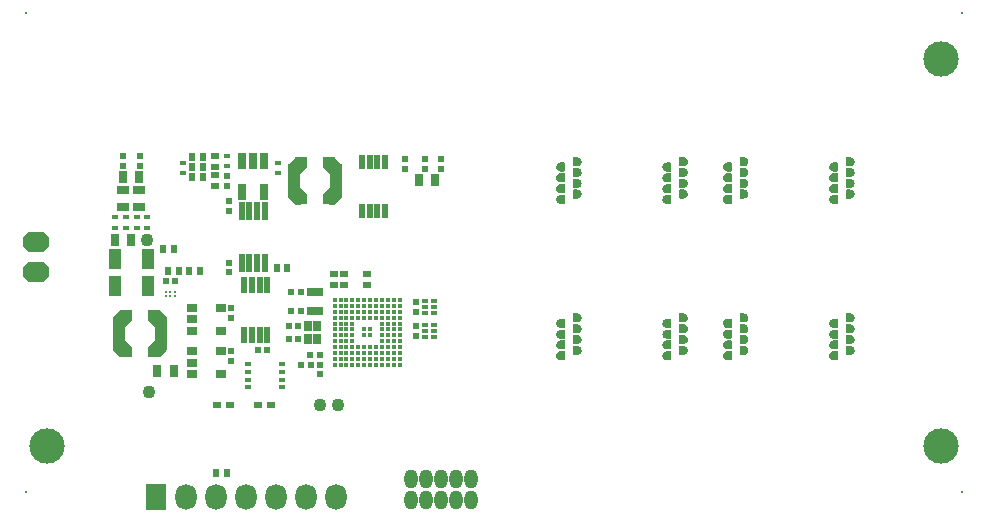
<source format=gts>
G04*
G04 #@! TF.GenerationSoftware,Altium Limited,Altium Designer,24.3.1 (35)*
G04*
G04 Layer_Color=16711935*
%FSLAX44Y44*%
%MOMM*%
G71*
G04*
G04 #@! TF.SameCoordinates,35E8F126-3BB9-435E-BEC0-E910B6038B45*
G04*
G04*
G04 #@! TF.FilePolarity,Negative*
G04*
G01*
G75*
%ADD42R,0.5516X0.6516*%
%ADD43R,0.5016X1.4516*%
%ADD44R,0.6216X0.6216*%
%ADD45R,0.7516X0.8516*%
%ADD46C,3.0000*%
%ADD47R,1.4016X0.8016*%
%ADD48R,0.6016X0.4016*%
%ADD49R,0.7216X1.3216*%
%ADD50R,0.5016X1.5016*%
%ADD51R,0.5516X1.2516*%
%ADD52R,0.9516X0.6516*%
%ADD53C,0.3716*%
%ADD54C,0.3116*%
%ADD55C,1.1016*%
%ADD56R,0.6516X0.5516*%
%ADD57R,0.8016X1.0016*%
%ADD58R,0.5916X0.5916*%
%ADD59R,0.6016X0.5016*%
%ADD60R,0.5016X0.4266*%
%ADD61R,0.8016X0.6016*%
%ADD62R,0.6216X0.6216*%
%ADD63R,1.0016X0.8016*%
%ADD64R,1.0516X1.8016*%
%ADD65C,0.2032*%
G04:AMPARAMS|DCode=66|XSize=1.7018mm|YSize=2.1336mm|CornerRadius=0mm|HoleSize=0mm|Usage=FLASHONLY|Rotation=90.000|XOffset=0mm|YOffset=0mm|HoleType=Round|Shape=Octagon|*
%AMOCTAGOND66*
4,1,8,-1.0668,-0.4255,-1.0668,0.4255,-0.6414,0.8509,0.6414,0.8509,1.0668,0.4255,1.0668,-0.4255,0.6414,-0.8509,-0.6414,-0.8509,-1.0668,-0.4255,0.0*
%
%ADD66OCTAGOND66*%

%ADD67R,1.8016X2.2016*%
%ADD68O,1.8016X2.2016*%
%ADD69O,1.1024X1.6256*%
G36*
X1134007Y719204D02*
X1134107Y719195D01*
X1134107Y719195D01*
X1134745Y719068D01*
X1134745D01*
X1134767Y719061D01*
X1134841Y719039D01*
X1134841Y719039D01*
X1135442Y718790D01*
X1135530Y718743D01*
X1136071Y718381D01*
X1136148Y718318D01*
X1136608Y717858D01*
X1136671Y717781D01*
X1137033Y717240D01*
X1137033Y717240D01*
X1137049Y717209D01*
X1137080Y717151D01*
X1137080Y717151D01*
X1137329Y716551D01*
X1137358Y716455D01*
X1137485Y715817D01*
X1137495Y715717D01*
Y715067D01*
X1137485Y714967D01*
X1137358Y714329D01*
X1137329Y714233D01*
X1137080Y713633D01*
X1137033Y713544D01*
X1136671Y713003D01*
X1136608Y712926D01*
X1136148Y712466D01*
X1136070Y712403D01*
X1135530Y712041D01*
X1135530Y712041D01*
X1135499Y712025D01*
X1135442Y711994D01*
X1135441Y711994D01*
X1134841Y711745D01*
X1134745Y711716D01*
X1134107Y711589D01*
X1134007Y711580D01*
X1130682D01*
X1130582Y711589D01*
X1130487Y711618D01*
X1130398Y711666D01*
X1130321Y711729D01*
X1130258Y711806D01*
X1130210Y711895D01*
X1130181Y711990D01*
X1130172Y712090D01*
Y718694D01*
X1130181Y718794D01*
X1130210Y718889D01*
X1130258Y718978D01*
X1130321Y719055D01*
X1130398Y719118D01*
X1130487Y719166D01*
X1130582Y719195D01*
X1130682Y719204D01*
X1133682D01*
X1133682D01*
X1133682D01*
X1134007Y719204D01*
D02*
G37*
G36*
X1044091D02*
X1044191Y719195D01*
X1044191Y719195D01*
X1044829Y719068D01*
X1044829D01*
X1044851Y719061D01*
X1044925Y719039D01*
X1044925Y719039D01*
X1045526Y718790D01*
X1045614Y718743D01*
X1046155Y718381D01*
X1046232Y718318D01*
X1046692Y717858D01*
X1046755Y717781D01*
X1047117Y717240D01*
X1047117Y717240D01*
X1047133Y717209D01*
X1047164Y717151D01*
X1047164Y717151D01*
X1047413Y716551D01*
X1047442Y716455D01*
X1047569Y715817D01*
X1047579Y715717D01*
Y715067D01*
X1047569Y714967D01*
X1047442Y714329D01*
X1047413Y714233D01*
X1047164Y713633D01*
X1047117Y713544D01*
X1046755Y713003D01*
X1046692Y712926D01*
X1046232Y712466D01*
X1046154Y712403D01*
X1045614Y712041D01*
X1045614Y712041D01*
X1045583Y712025D01*
X1045526Y711994D01*
X1045525Y711994D01*
X1044925Y711745D01*
X1044829Y711716D01*
X1044191Y711589D01*
X1044091Y711580D01*
X1040766D01*
X1040666Y711589D01*
X1040571Y711618D01*
X1040482Y711666D01*
X1040405Y711729D01*
X1040342Y711806D01*
X1040294Y711895D01*
X1040265Y711990D01*
X1040256Y712090D01*
Y718694D01*
X1040265Y718794D01*
X1040294Y718889D01*
X1040342Y718978D01*
X1040405Y719055D01*
X1040482Y719118D01*
X1040571Y719166D01*
X1040666Y719195D01*
X1040766Y719204D01*
X1043766D01*
X1043766D01*
X1043766D01*
X1044091Y719204D01*
D02*
G37*
G36*
X992783D02*
X992883Y719195D01*
X992883Y719195D01*
X993521Y719068D01*
X993521D01*
X993543Y719061D01*
X993617Y719039D01*
X993617Y719039D01*
X994218Y718790D01*
X994306Y718743D01*
X994847Y718381D01*
X994924Y718318D01*
X995384Y717858D01*
X995447Y717781D01*
X995809Y717240D01*
X995809Y717240D01*
X995825Y717209D01*
X995856Y717151D01*
X995856Y717151D01*
X996105Y716551D01*
X996134Y716455D01*
X996261Y715817D01*
X996271Y715717D01*
Y715067D01*
X996261Y714967D01*
X996134Y714329D01*
X996105Y714233D01*
X995856Y713633D01*
X995809Y713544D01*
X995447Y713003D01*
X995384Y712926D01*
X994924Y712466D01*
X994846Y712403D01*
X994306Y712041D01*
X994306Y712041D01*
X994275Y712025D01*
X994218Y711994D01*
X994217Y711994D01*
X993617Y711745D01*
X993521Y711716D01*
X992883Y711589D01*
X992783Y711580D01*
X989458D01*
X989358Y711589D01*
X989263Y711618D01*
X989174Y711666D01*
X989097Y711729D01*
X989034Y711806D01*
X988986Y711895D01*
X988957Y711990D01*
X988948Y712090D01*
Y718694D01*
X988957Y718794D01*
X988986Y718889D01*
X989034Y718978D01*
X989097Y719055D01*
X989174Y719118D01*
X989263Y719166D01*
X989358Y719195D01*
X989458Y719204D01*
X992458D01*
X992458D01*
X992458D01*
X992783Y719204D01*
D02*
G37*
G36*
X902867D02*
X902967Y719195D01*
X902967Y719195D01*
X903605Y719068D01*
X903605D01*
X903627Y719061D01*
X903701Y719039D01*
X903701Y719039D01*
X904302Y718790D01*
X904390Y718743D01*
X904931Y718381D01*
X905008Y718318D01*
X905468Y717858D01*
X905531Y717781D01*
X905893Y717240D01*
X905893Y717240D01*
X905909Y717209D01*
X905940Y717151D01*
X905940Y717151D01*
X906189Y716551D01*
X906218Y716455D01*
X906345Y715817D01*
X906355Y715717D01*
Y715067D01*
X906345Y714967D01*
X906218Y714329D01*
X906189Y714233D01*
X905940Y713633D01*
X905893Y713544D01*
X905531Y713003D01*
X905468Y712926D01*
X905008Y712466D01*
X904930Y712403D01*
X904390Y712041D01*
X904390Y712041D01*
X904359Y712025D01*
X904302Y711994D01*
X904301Y711994D01*
X903701Y711745D01*
X903605Y711716D01*
X902967Y711589D01*
X902867Y711580D01*
X899542D01*
X899442Y711589D01*
X899347Y711618D01*
X899258Y711666D01*
X899181Y711729D01*
X899118Y711806D01*
X899070Y711895D01*
X899041Y711990D01*
X899032Y712090D01*
Y718694D01*
X899041Y718794D01*
X899070Y718889D01*
X899118Y718978D01*
X899181Y719055D01*
X899258Y719118D01*
X899347Y719166D01*
X899442Y719195D01*
X899542Y719204D01*
X902542D01*
X902542D01*
X902542D01*
X902867Y719204D01*
D02*
G37*
G36*
X697045Y718976D02*
X697091Y718971D01*
X697138Y718967D01*
X697141Y718967D01*
X697144Y718966D01*
X697190Y718952D01*
X697234Y718939D01*
X697237Y718938D01*
X697240Y718937D01*
X697281Y718914D01*
X697322Y718893D01*
X697325Y718891D01*
X697328Y718889D01*
X697364Y718859D01*
X697400Y718830D01*
X703001Y713330D01*
X703003Y713328D01*
X703005Y713326D01*
X703035Y713289D01*
X703065Y713253D01*
X703066Y713251D01*
X703068Y713249D01*
X703090Y713207D01*
X703113Y713165D01*
X703114Y713163D01*
X703115Y713161D01*
X703129Y713115D01*
X703143Y713070D01*
X703143Y713067D01*
X703144Y713065D01*
X703149Y713016D01*
X703154Y712970D01*
X703154Y712968D01*
X703154Y712966D01*
Y685066D01*
X703154Y685063D01*
X703154Y685061D01*
X703149Y685012D01*
X703144Y684966D01*
X703144Y684964D01*
X703143Y684961D01*
X703129Y684916D01*
X703115Y684870D01*
X703114Y684868D01*
X703113Y684866D01*
X703091Y684824D01*
X703068Y684782D01*
X703066Y684780D01*
X703065Y684778D01*
X703035Y684741D01*
X703005Y684705D01*
X703003Y684703D01*
X703001Y684701D01*
X697403Y679203D01*
X697403Y679203D01*
X697403Y679203D01*
X697401Y679201D01*
X697365Y679172D01*
X697326Y679140D01*
X697325Y679139D01*
X697323Y679138D01*
X697280Y679116D01*
X697237Y679093D01*
X697236Y679093D01*
X697235Y679092D01*
X697189Y679079D01*
X697142Y679064D01*
X697140Y679064D01*
X697139Y679064D01*
X697091Y679059D01*
X697042Y679055D01*
X697039D01*
X697039D01*
X697039D01*
X688142Y679084D01*
X688093Y679089D01*
X688044Y679094D01*
X688043Y679094D01*
X688042Y679094D01*
X687996Y679108D01*
X687948Y679123D01*
X687948Y679123D01*
X687947Y679123D01*
X687903Y679147D01*
X687860Y679170D01*
X687859Y679170D01*
X687859Y679171D01*
X687820Y679203D01*
X687783Y679233D01*
X687782Y679234D01*
X687782Y679234D01*
X687750Y679273D01*
X687719Y679311D01*
X687719Y679311D01*
X687718Y679312D01*
X687695Y679356D01*
X687672Y679399D01*
X687672Y679400D01*
X687671Y679400D01*
X687657Y679450D01*
X687643Y679495D01*
X687643Y679495D01*
X687643Y679496D01*
X687638Y679547D01*
X687633Y679594D01*
Y687344D01*
X687638Y687391D01*
X687642Y687437D01*
X687643Y687440D01*
X687643Y687444D01*
X687657Y687489D01*
X687670Y687533D01*
X687671Y687536D01*
X687672Y687540D01*
X687694Y687580D01*
X687716Y687622D01*
X687718Y687625D01*
X687719Y687628D01*
X687749Y687664D01*
X687778Y687701D01*
X693453Y693523D01*
X693410Y704608D01*
X687777Y710389D01*
X687748Y710426D01*
X687718Y710462D01*
X687717Y710465D01*
X687715Y710468D01*
X687693Y710509D01*
X687671Y710550D01*
X687670Y710553D01*
X687669Y710556D01*
X687656Y710601D01*
X687642Y710646D01*
X687642Y710649D01*
X687641Y710652D01*
X687637Y710699D01*
X687632Y710745D01*
Y718495D01*
X687633Y718496D01*
X687632Y718497D01*
X687637Y718547D01*
X687642Y718595D01*
X687642Y718596D01*
X687643Y718597D01*
X687657Y718644D01*
X687671Y718691D01*
X687672Y718692D01*
X687672Y718692D01*
X687696Y718737D01*
X687718Y718779D01*
X687719Y718780D01*
X687719Y718781D01*
X687750Y718818D01*
X687782Y718857D01*
X687783Y718857D01*
X687783Y718858D01*
X687819Y718887D01*
X687859Y718920D01*
X687860Y718920D01*
X687861Y718921D01*
X687905Y718944D01*
X687947Y718967D01*
X687948Y718967D01*
X687949Y718968D01*
X687998Y718982D01*
X688043Y718996D01*
X688044Y718996D01*
X688045Y718997D01*
X688094Y719001D01*
X688143Y719006D01*
X688144Y719006D01*
X688145Y719006D01*
X697045Y718976D01*
D02*
G37*
G36*
X673192Y719001D02*
X673242Y718997D01*
X673242Y718996D01*
X673243Y718996D01*
X673289Y718982D01*
X673338Y718968D01*
X673338Y718967D01*
X673339Y718967D01*
X673382Y718944D01*
X673426Y718921D01*
X673427Y718920D01*
X673427Y718920D01*
X673468Y718887D01*
X673503Y718858D01*
X673504Y718857D01*
X673505Y718857D01*
X673536Y718818D01*
X673567Y718781D01*
X673568Y718780D01*
X673568Y718779D01*
X673591Y718737D01*
X673615Y718692D01*
X673615Y718692D01*
X673615Y718691D01*
X673630Y718644D01*
X673644Y718597D01*
X673644Y718596D01*
X673644Y718595D01*
X673649Y718547D01*
X673654Y718497D01*
X673654Y718496D01*
X673654Y718495D01*
Y710745D01*
X673650Y710699D01*
X673646Y710652D01*
X673645Y710649D01*
X673644Y710646D01*
X673631Y710601D01*
X673618Y710556D01*
X673616Y710553D01*
X673615Y710550D01*
X673594Y710509D01*
X673572Y710468D01*
X673570Y710465D01*
X673568Y710462D01*
X673539Y710426D01*
X673509Y710389D01*
X667877Y704608D01*
X667833Y693523D01*
X673509Y687701D01*
X673538Y687664D01*
X673567Y687628D01*
X673569Y687625D01*
X673571Y687622D01*
X673593Y687580D01*
X673615Y687540D01*
X673615Y687536D01*
X673617Y687533D01*
X673630Y687489D01*
X673644Y687444D01*
X673644Y687440D01*
X673645Y687437D01*
X673649Y687391D01*
X673653Y687344D01*
Y679594D01*
X673649Y679547D01*
X673644Y679496D01*
X673644Y679495D01*
X673644Y679495D01*
X673630Y679450D01*
X673615Y679400D01*
X673615Y679400D01*
X673615Y679399D01*
X673592Y679356D01*
X673568Y679312D01*
X673568Y679311D01*
X673567Y679311D01*
X673537Y679273D01*
X673505Y679234D01*
X673504Y679234D01*
X673504Y679233D01*
X673467Y679203D01*
X673428Y679171D01*
X673427Y679170D01*
X673427Y679170D01*
X673384Y679147D01*
X673340Y679123D01*
X673339Y679123D01*
X673338Y679123D01*
X673291Y679108D01*
X673244Y679094D01*
X673243Y679094D01*
X673243Y679094D01*
X673193Y679089D01*
X673145Y679084D01*
X664248Y679055D01*
X664248D01*
X664248D01*
X664245D01*
X664196Y679059D01*
X664148Y679064D01*
X664147Y679064D01*
X664145Y679064D01*
X664097Y679079D01*
X664052Y679092D01*
X664051Y679093D01*
X664049Y679093D01*
X664006Y679116D01*
X663963Y679138D01*
X663962Y679139D01*
X663961Y679140D01*
X663922Y679172D01*
X663885Y679201D01*
X663883Y679203D01*
X663883Y679203D01*
X663883Y679203D01*
X658285Y684701D01*
X658284Y684703D01*
X658282Y684705D01*
X658252Y684741D01*
X658221Y684778D01*
X658220Y684780D01*
X658219Y684782D01*
X658196Y684824D01*
X658173Y684866D01*
X658173Y684868D01*
X658171Y684870D01*
X658158Y684916D01*
X658143Y684961D01*
X658143Y684964D01*
X658142Y684966D01*
X658138Y685012D01*
X658133Y685061D01*
X658133Y685063D01*
X658133Y685066D01*
Y712966D01*
X658133Y712968D01*
X658133Y712970D01*
X658138Y713016D01*
X658142Y713065D01*
X658143Y713067D01*
X658143Y713070D01*
X658158Y713115D01*
X658171Y713161D01*
X658173Y713163D01*
X658173Y713165D01*
X658196Y713207D01*
X658219Y713249D01*
X658220Y713251D01*
X658221Y713253D01*
X658251Y713289D01*
X658282Y713326D01*
X658284Y713328D01*
X658285Y713330D01*
X663886Y718830D01*
X663923Y718859D01*
X663959Y718889D01*
X663962Y718891D01*
X663964Y718893D01*
X664006Y718914D01*
X664047Y718937D01*
X664050Y718938D01*
X664053Y718939D01*
X664097Y718952D01*
X664143Y718966D01*
X664146Y718967D01*
X664149Y718967D01*
X664195Y718971D01*
X664242Y718976D01*
X673142Y719006D01*
X673143Y719006D01*
X673144Y719006D01*
X673192Y719001D01*
D02*
G37*
G36*
X1134007Y710061D02*
X1134107Y710051D01*
X1134107Y710051D01*
X1134745Y709924D01*
X1134745D01*
X1134767Y709917D01*
X1134841Y709895D01*
X1134841Y709895D01*
X1135442Y709646D01*
X1135530Y709599D01*
X1136071Y709237D01*
X1136148Y709174D01*
X1136608Y708714D01*
X1136671Y708636D01*
X1137033Y708096D01*
X1137033Y708096D01*
X1137049Y708065D01*
X1137080Y708007D01*
X1137080Y708007D01*
X1137329Y707406D01*
X1137358Y707311D01*
X1137485Y706673D01*
X1137495Y706573D01*
Y705923D01*
X1137485Y705823D01*
X1137358Y705185D01*
X1137329Y705089D01*
X1137080Y704489D01*
X1137033Y704400D01*
X1136671Y703859D01*
X1136608Y703782D01*
X1136148Y703322D01*
X1136070Y703259D01*
X1135530Y702897D01*
X1135530Y702897D01*
X1135499Y702881D01*
X1135442Y702850D01*
X1135441Y702850D01*
X1134841Y702601D01*
X1134745Y702572D01*
X1134107Y702445D01*
X1134007Y702436D01*
X1130682D01*
X1130582Y702445D01*
X1130487Y702474D01*
X1130398Y702522D01*
X1130321Y702585D01*
X1130258Y702662D01*
X1130210Y702751D01*
X1130181Y702846D01*
X1130172Y702946D01*
Y709550D01*
X1130181Y709650D01*
X1130210Y709745D01*
X1130258Y709834D01*
X1130321Y709911D01*
X1130398Y709974D01*
X1130487Y710022D01*
X1130582Y710051D01*
X1130682Y710061D01*
X1133682D01*
X1133682D01*
X1133682D01*
X1134007Y710061D01*
D02*
G37*
G36*
X1044091D02*
X1044191Y710051D01*
X1044191Y710051D01*
X1044829Y709924D01*
X1044829D01*
X1044851Y709917D01*
X1044925Y709895D01*
X1044925Y709895D01*
X1045526Y709646D01*
X1045614Y709599D01*
X1046155Y709237D01*
X1046232Y709174D01*
X1046692Y708714D01*
X1046755Y708636D01*
X1047117Y708096D01*
X1047117Y708096D01*
X1047133Y708065D01*
X1047164Y708007D01*
X1047164Y708007D01*
X1047413Y707406D01*
X1047442Y707311D01*
X1047569Y706673D01*
X1047579Y706573D01*
Y705923D01*
X1047569Y705823D01*
X1047442Y705185D01*
X1047413Y705089D01*
X1047164Y704489D01*
X1047117Y704400D01*
X1046755Y703859D01*
X1046692Y703782D01*
X1046232Y703322D01*
X1046154Y703259D01*
X1045614Y702897D01*
X1045614Y702897D01*
X1045583Y702881D01*
X1045526Y702850D01*
X1045525Y702850D01*
X1044925Y702601D01*
X1044829Y702572D01*
X1044191Y702445D01*
X1044091Y702436D01*
X1040766D01*
X1040666Y702445D01*
X1040571Y702474D01*
X1040482Y702522D01*
X1040405Y702585D01*
X1040342Y702662D01*
X1040294Y702751D01*
X1040265Y702846D01*
X1040256Y702946D01*
Y709550D01*
X1040265Y709650D01*
X1040294Y709745D01*
X1040342Y709834D01*
X1040405Y709911D01*
X1040482Y709974D01*
X1040571Y710022D01*
X1040666Y710051D01*
X1040766Y710061D01*
X1043766D01*
X1043766D01*
X1043766D01*
X1044091Y710061D01*
D02*
G37*
G36*
X992783D02*
X992883Y710051D01*
X992883Y710051D01*
X993521Y709924D01*
X993521D01*
X993543Y709917D01*
X993617Y709895D01*
X993617Y709895D01*
X994218Y709646D01*
X994306Y709599D01*
X994847Y709237D01*
X994924Y709174D01*
X995384Y708714D01*
X995447Y708636D01*
X995809Y708096D01*
X995809Y708096D01*
X995825Y708065D01*
X995856Y708007D01*
X995856Y708007D01*
X996105Y707406D01*
X996134Y707311D01*
X996261Y706673D01*
X996271Y706573D01*
Y705923D01*
X996261Y705823D01*
X996134Y705185D01*
X996105Y705089D01*
X995856Y704489D01*
X995809Y704400D01*
X995447Y703859D01*
X995384Y703782D01*
X994924Y703322D01*
X994846Y703259D01*
X994306Y702897D01*
X994306Y702897D01*
X994275Y702881D01*
X994218Y702850D01*
X994217Y702850D01*
X993617Y702601D01*
X993521Y702572D01*
X992883Y702445D01*
X992783Y702436D01*
X989458D01*
X989358Y702445D01*
X989263Y702474D01*
X989174Y702522D01*
X989097Y702585D01*
X989034Y702662D01*
X988986Y702751D01*
X988957Y702846D01*
X988948Y702946D01*
Y709550D01*
X988957Y709650D01*
X988986Y709745D01*
X989034Y709834D01*
X989097Y709911D01*
X989174Y709974D01*
X989263Y710022D01*
X989358Y710051D01*
X989458Y710061D01*
X992458D01*
X992458D01*
X992458D01*
X992783Y710061D01*
D02*
G37*
G36*
X902867D02*
X902967Y710051D01*
X902967Y710051D01*
X903605Y709924D01*
X903605D01*
X903627Y709917D01*
X903701Y709895D01*
X903701Y709895D01*
X904302Y709646D01*
X904390Y709599D01*
X904931Y709237D01*
X905008Y709174D01*
X905468Y708714D01*
X905531Y708636D01*
X905893Y708096D01*
X905893Y708096D01*
X905909Y708065D01*
X905940Y708007D01*
X905940Y708007D01*
X906189Y707406D01*
X906218Y707311D01*
X906345Y706673D01*
X906355Y706573D01*
Y705923D01*
X906345Y705823D01*
X906218Y705185D01*
X906189Y705089D01*
X905940Y704489D01*
X905893Y704400D01*
X905531Y703859D01*
X905468Y703782D01*
X905008Y703322D01*
X904930Y703259D01*
X904390Y702897D01*
X904390Y702897D01*
X904359Y702881D01*
X904302Y702850D01*
X904301Y702850D01*
X903701Y702601D01*
X903605Y702572D01*
X902967Y702445D01*
X902867Y702436D01*
X899542D01*
X899442Y702445D01*
X899347Y702474D01*
X899258Y702522D01*
X899181Y702585D01*
X899118Y702662D01*
X899070Y702751D01*
X899041Y702846D01*
X899032Y702946D01*
Y709550D01*
X899041Y709650D01*
X899070Y709745D01*
X899118Y709834D01*
X899181Y709911D01*
X899258Y709974D01*
X899347Y710022D01*
X899442Y710051D01*
X899542Y710061D01*
X902542D01*
X902542D01*
X902542D01*
X902867Y710061D01*
D02*
G37*
G36*
X1122908Y714623D02*
X1123003Y714594D01*
X1123092Y714546D01*
X1123169Y714483D01*
X1123232Y714406D01*
X1123280Y714317D01*
X1123309Y714222D01*
X1123318Y714122D01*
Y707518D01*
X1123309Y707418D01*
X1123280Y707323D01*
X1123232Y707234D01*
X1123169Y707157D01*
X1123092Y707094D01*
X1123003Y707046D01*
X1122908Y707017D01*
X1122808Y707008D01*
X1119483D01*
X1119383Y707017D01*
X1118745Y707144D01*
X1118650Y707173D01*
X1118049Y707422D01*
X1117960Y707469D01*
X1117420Y707831D01*
X1117342Y707894D01*
X1116882Y708354D01*
X1116819Y708431D01*
X1116458Y708972D01*
X1116457Y708972D01*
X1116441Y709003D01*
X1116410Y709061D01*
X1116410Y709061D01*
X1116161Y709661D01*
X1116132Y709757D01*
X1116005Y710395D01*
X1115996Y710495D01*
Y710495D01*
D01*
X1115996Y711145D01*
X1116005Y711245D01*
X1116005Y711245D01*
X1116132Y711883D01*
Y711883D01*
X1116139Y711905D01*
X1116161Y711979D01*
X1116161Y711979D01*
X1116410Y712579D01*
X1116457Y712668D01*
X1116819Y713208D01*
X1116882Y713286D01*
X1117342Y713746D01*
X1117420Y713809D01*
X1117960Y714171D01*
X1117960Y714171D01*
X1117991Y714187D01*
X1118049Y714218D01*
X1118049Y714218D01*
X1118650Y714467D01*
X1118745Y714496D01*
X1119383Y714623D01*
X1119483Y714632D01*
X1122808D01*
X1122908Y714623D01*
D02*
G37*
G36*
X1032992D02*
X1033087Y714594D01*
X1033176Y714546D01*
X1033253Y714483D01*
X1033316Y714406D01*
X1033364Y714317D01*
X1033393Y714222D01*
X1033402Y714122D01*
Y707518D01*
X1033393Y707418D01*
X1033364Y707323D01*
X1033316Y707234D01*
X1033253Y707157D01*
X1033176Y707094D01*
X1033087Y707046D01*
X1032992Y707017D01*
X1032892Y707008D01*
X1029567D01*
X1029467Y707017D01*
X1028829Y707144D01*
X1028734Y707173D01*
X1028133Y707422D01*
X1028044Y707469D01*
X1027504Y707831D01*
X1027426Y707894D01*
X1026966Y708354D01*
X1026903Y708431D01*
X1026542Y708972D01*
X1026541Y708972D01*
X1026525Y709003D01*
X1026494Y709061D01*
X1026494Y709061D01*
X1026245Y709661D01*
X1026216Y709757D01*
X1026089Y710395D01*
X1026080Y710495D01*
Y710495D01*
D01*
X1026080Y711145D01*
X1026089Y711245D01*
X1026089Y711245D01*
X1026216Y711883D01*
Y711883D01*
X1026223Y711905D01*
X1026245Y711979D01*
X1026245Y711979D01*
X1026494Y712579D01*
X1026541Y712668D01*
X1026903Y713208D01*
X1026966Y713286D01*
X1027426Y713746D01*
X1027504Y713809D01*
X1028044Y714171D01*
X1028044Y714171D01*
X1028075Y714187D01*
X1028133Y714218D01*
X1028133Y714218D01*
X1028734Y714467D01*
X1028829Y714496D01*
X1029467Y714623D01*
X1029567Y714632D01*
X1032892D01*
X1032992Y714623D01*
D02*
G37*
G36*
X981684D02*
X981779Y714594D01*
X981868Y714546D01*
X981945Y714483D01*
X982009Y714406D01*
X982056Y714317D01*
X982085Y714222D01*
X982094Y714122D01*
Y707518D01*
X982085Y707418D01*
X982056Y707323D01*
X982009Y707234D01*
X981945Y707157D01*
X981868Y707094D01*
X981779Y707046D01*
X981684Y707017D01*
X981584Y707008D01*
X978259D01*
X978159Y707017D01*
X977521Y707144D01*
X977426Y707173D01*
X976825Y707422D01*
X976736Y707469D01*
X976196Y707831D01*
X976118Y707894D01*
X975658Y708354D01*
X975595Y708431D01*
X975234Y708972D01*
X975233Y708972D01*
X975217Y709003D01*
X975186Y709061D01*
X975186Y709061D01*
X974937Y709661D01*
X974908Y709757D01*
X974781Y710395D01*
X974772Y710495D01*
Y710495D01*
D01*
X974772Y711145D01*
X974781Y711245D01*
X974781Y711245D01*
X974908Y711883D01*
Y711883D01*
X974915Y711905D01*
X974937Y711979D01*
X974937Y711979D01*
X975186Y712579D01*
X975233Y712668D01*
X975595Y713208D01*
X975658Y713286D01*
X976118Y713746D01*
X976196Y713809D01*
X976736Y714171D01*
X976736Y714171D01*
X976767Y714187D01*
X976825Y714218D01*
X976825Y714218D01*
X977426Y714467D01*
X977521Y714496D01*
X978159Y714623D01*
X978259Y714632D01*
X981584D01*
X981684Y714623D01*
D02*
G37*
G36*
X891768D02*
X891863Y714594D01*
X891952Y714546D01*
X892029Y714483D01*
X892093Y714406D01*
X892140Y714317D01*
X892169Y714222D01*
X892178Y714122D01*
Y707518D01*
X892169Y707418D01*
X892140Y707323D01*
X892093Y707234D01*
X892029Y707157D01*
X891952Y707094D01*
X891863Y707046D01*
X891768Y707017D01*
X891668Y707008D01*
X888343D01*
X888243Y707017D01*
X887605Y707144D01*
X887510Y707173D01*
X886909Y707422D01*
X886820Y707469D01*
X886280Y707831D01*
X886202Y707894D01*
X885742Y708354D01*
X885679Y708431D01*
X885318Y708972D01*
X885317Y708972D01*
X885301Y709003D01*
X885270Y709061D01*
X885270Y709061D01*
X885021Y709661D01*
X884992Y709757D01*
X884865Y710395D01*
X884856Y710495D01*
Y710495D01*
D01*
X884856Y711145D01*
X884865Y711245D01*
X884865Y711245D01*
X884992Y711883D01*
Y711883D01*
X884999Y711905D01*
X885021Y711979D01*
X885021Y711979D01*
X885270Y712579D01*
X885317Y712668D01*
X885679Y713208D01*
X885742Y713286D01*
X886202Y713746D01*
X886280Y713809D01*
X886820Y714171D01*
X886820Y714171D01*
X886851Y714187D01*
X886909Y714218D01*
X886909Y714218D01*
X887510Y714467D01*
X887605Y714496D01*
X888243Y714623D01*
X888343Y714632D01*
X891668D01*
X891768Y714623D01*
D02*
G37*
G36*
X1134007Y700917D02*
X1134107Y700907D01*
X1134107Y700907D01*
X1134745Y700780D01*
X1134745D01*
X1134767Y700773D01*
X1134841Y700751D01*
X1134841Y700751D01*
X1135442Y700502D01*
X1135530Y700455D01*
X1136071Y700093D01*
X1136148Y700030D01*
X1136608Y699570D01*
X1136671Y699492D01*
X1137033Y698952D01*
X1137033Y698952D01*
X1137049Y698921D01*
X1137080Y698863D01*
X1137080Y698863D01*
X1137329Y698262D01*
X1137358Y698167D01*
X1137485Y697529D01*
X1137495Y697429D01*
Y696779D01*
X1137485Y696679D01*
X1137358Y696041D01*
X1137329Y695946D01*
X1137080Y695345D01*
X1137033Y695256D01*
X1136671Y694715D01*
X1136608Y694638D01*
X1136148Y694178D01*
X1136070Y694115D01*
X1135530Y693754D01*
X1135530Y693753D01*
X1135499Y693737D01*
X1135442Y693706D01*
X1135441Y693706D01*
X1134841Y693457D01*
X1134745Y693428D01*
X1134107Y693301D01*
X1134007Y693292D01*
X1130682D01*
X1130582Y693301D01*
X1130487Y693330D01*
X1130398Y693378D01*
X1130321Y693441D01*
X1130258Y693518D01*
X1130210Y693607D01*
X1130181Y693702D01*
X1130172Y693802D01*
Y700406D01*
X1130181Y700506D01*
X1130210Y700601D01*
X1130258Y700690D01*
X1130321Y700767D01*
X1130398Y700830D01*
X1130487Y700878D01*
X1130582Y700907D01*
X1130682Y700917D01*
X1133682D01*
X1133682D01*
X1133682D01*
X1134007Y700917D01*
D02*
G37*
G36*
X1044091D02*
X1044191Y700907D01*
X1044191Y700907D01*
X1044829Y700780D01*
X1044829D01*
X1044851Y700773D01*
X1044925Y700751D01*
X1044925Y700751D01*
X1045526Y700502D01*
X1045614Y700455D01*
X1046155Y700093D01*
X1046232Y700030D01*
X1046692Y699570D01*
X1046755Y699492D01*
X1047117Y698952D01*
X1047117Y698952D01*
X1047133Y698921D01*
X1047164Y698863D01*
X1047164Y698863D01*
X1047413Y698262D01*
X1047442Y698167D01*
X1047569Y697529D01*
X1047579Y697429D01*
Y696779D01*
X1047569Y696679D01*
X1047442Y696041D01*
X1047413Y695946D01*
X1047164Y695345D01*
X1047117Y695256D01*
X1046755Y694715D01*
X1046692Y694638D01*
X1046232Y694178D01*
X1046154Y694115D01*
X1045614Y693754D01*
X1045614Y693753D01*
X1045583Y693737D01*
X1045526Y693706D01*
X1045525Y693706D01*
X1044925Y693457D01*
X1044829Y693428D01*
X1044191Y693301D01*
X1044091Y693292D01*
X1040766D01*
X1040666Y693301D01*
X1040571Y693330D01*
X1040482Y693378D01*
X1040405Y693441D01*
X1040342Y693518D01*
X1040294Y693607D01*
X1040265Y693702D01*
X1040256Y693802D01*
Y700406D01*
X1040265Y700506D01*
X1040294Y700601D01*
X1040342Y700690D01*
X1040405Y700767D01*
X1040482Y700830D01*
X1040571Y700878D01*
X1040666Y700907D01*
X1040766Y700917D01*
X1043766D01*
X1043766D01*
X1043766D01*
X1044091Y700917D01*
D02*
G37*
G36*
X992783D02*
X992883Y700907D01*
X992883Y700907D01*
X993521Y700780D01*
X993521D01*
X993543Y700773D01*
X993617Y700751D01*
X993617Y700751D01*
X994218Y700502D01*
X994306Y700455D01*
X994847Y700093D01*
X994924Y700030D01*
X995384Y699570D01*
X995447Y699492D01*
X995809Y698952D01*
X995809Y698952D01*
X995825Y698921D01*
X995856Y698863D01*
X995856Y698863D01*
X996105Y698262D01*
X996134Y698167D01*
X996261Y697529D01*
X996271Y697429D01*
Y696779D01*
X996261Y696679D01*
X996134Y696041D01*
X996105Y695946D01*
X995856Y695345D01*
X995809Y695256D01*
X995447Y694715D01*
X995384Y694638D01*
X994924Y694178D01*
X994846Y694115D01*
X994306Y693754D01*
X994306Y693753D01*
X994275Y693737D01*
X994218Y693706D01*
X994217Y693706D01*
X993617Y693457D01*
X993521Y693428D01*
X992883Y693301D01*
X992783Y693292D01*
X989458D01*
X989358Y693301D01*
X989263Y693330D01*
X989174Y693378D01*
X989097Y693441D01*
X989034Y693518D01*
X988986Y693607D01*
X988957Y693702D01*
X988948Y693802D01*
Y700406D01*
X988957Y700506D01*
X988986Y700601D01*
X989034Y700690D01*
X989097Y700767D01*
X989174Y700830D01*
X989263Y700878D01*
X989358Y700907D01*
X989458Y700917D01*
X992458D01*
X992458D01*
X992458D01*
X992783Y700917D01*
D02*
G37*
G36*
X902867D02*
X902967Y700907D01*
X902967Y700907D01*
X903605Y700780D01*
X903605D01*
X903627Y700773D01*
X903701Y700751D01*
X903701Y700751D01*
X904302Y700502D01*
X904390Y700455D01*
X904931Y700093D01*
X905008Y700030D01*
X905468Y699570D01*
X905531Y699492D01*
X905893Y698952D01*
X905893Y698952D01*
X905909Y698921D01*
X905940Y698863D01*
X905940Y698863D01*
X906189Y698262D01*
X906218Y698167D01*
X906345Y697529D01*
X906355Y697429D01*
Y696779D01*
X906345Y696679D01*
X906218Y696041D01*
X906189Y695946D01*
X905940Y695345D01*
X905893Y695256D01*
X905531Y694715D01*
X905468Y694638D01*
X905008Y694178D01*
X904930Y694115D01*
X904390Y693754D01*
X904390Y693753D01*
X904359Y693737D01*
X904302Y693706D01*
X904301Y693706D01*
X903701Y693457D01*
X903605Y693428D01*
X902967Y693301D01*
X902867Y693292D01*
X899542D01*
X899442Y693301D01*
X899347Y693330D01*
X899258Y693378D01*
X899181Y693441D01*
X899118Y693518D01*
X899070Y693607D01*
X899041Y693702D01*
X899032Y693802D01*
Y700406D01*
X899041Y700506D01*
X899070Y700601D01*
X899118Y700690D01*
X899181Y700767D01*
X899258Y700830D01*
X899347Y700878D01*
X899442Y700907D01*
X899542Y700917D01*
X902542D01*
X902542D01*
X902542D01*
X902867Y700917D01*
D02*
G37*
G36*
X1122908Y705479D02*
X1123003Y705450D01*
X1123092Y705402D01*
X1123169Y705339D01*
X1123232Y705262D01*
X1123280Y705173D01*
X1123309Y705078D01*
X1123318Y704978D01*
Y698374D01*
X1123309Y698274D01*
X1123280Y698179D01*
X1123232Y698090D01*
X1123169Y698013D01*
X1123092Y697950D01*
X1123003Y697902D01*
X1122908Y697873D01*
X1122808Y697864D01*
X1119483D01*
X1119383Y697873D01*
X1118745Y698000D01*
X1118650Y698029D01*
X1118049Y698278D01*
X1117960Y698325D01*
X1117420Y698687D01*
X1117342Y698750D01*
X1116882Y699210D01*
X1116819Y699287D01*
X1116458Y699828D01*
X1116457Y699828D01*
X1116441Y699859D01*
X1116410Y699917D01*
X1116410Y699917D01*
X1116161Y700518D01*
X1116132Y700613D01*
X1116005Y701251D01*
X1115996Y701351D01*
Y701351D01*
D01*
X1115996Y702001D01*
X1116005Y702101D01*
X1116005Y702101D01*
X1116132Y702739D01*
Y702739D01*
X1116139Y702761D01*
X1116161Y702834D01*
X1116161Y702835D01*
X1116410Y703435D01*
X1116457Y703524D01*
X1116819Y704064D01*
X1116882Y704142D01*
X1117342Y704602D01*
X1117420Y704665D01*
X1117960Y705026D01*
X1117960Y705027D01*
X1117991Y705043D01*
X1118049Y705074D01*
X1118049Y705074D01*
X1118650Y705323D01*
X1118745Y705352D01*
X1119383Y705479D01*
X1119483Y705489D01*
X1122808D01*
X1122908Y705479D01*
D02*
G37*
G36*
X1032992D02*
X1033087Y705450D01*
X1033176Y705402D01*
X1033253Y705339D01*
X1033316Y705262D01*
X1033364Y705173D01*
X1033393Y705078D01*
X1033402Y704978D01*
Y698374D01*
X1033393Y698274D01*
X1033364Y698179D01*
X1033316Y698090D01*
X1033253Y698013D01*
X1033176Y697950D01*
X1033087Y697902D01*
X1032992Y697873D01*
X1032892Y697864D01*
X1029567D01*
X1029467Y697873D01*
X1028829Y698000D01*
X1028734Y698029D01*
X1028133Y698278D01*
X1028044Y698325D01*
X1027504Y698687D01*
X1027426Y698750D01*
X1026966Y699210D01*
X1026903Y699287D01*
X1026542Y699828D01*
X1026541Y699828D01*
X1026525Y699859D01*
X1026494Y699917D01*
X1026494Y699917D01*
X1026245Y700518D01*
X1026216Y700613D01*
X1026089Y701251D01*
X1026080Y701351D01*
Y701351D01*
D01*
X1026080Y702001D01*
X1026089Y702101D01*
X1026089Y702101D01*
X1026216Y702739D01*
Y702739D01*
X1026223Y702761D01*
X1026245Y702834D01*
X1026245Y702835D01*
X1026494Y703435D01*
X1026541Y703524D01*
X1026903Y704064D01*
X1026966Y704142D01*
X1027426Y704602D01*
X1027504Y704665D01*
X1028044Y705026D01*
X1028044Y705027D01*
X1028075Y705043D01*
X1028133Y705074D01*
X1028133Y705074D01*
X1028734Y705323D01*
X1028829Y705352D01*
X1029467Y705479D01*
X1029567Y705489D01*
X1032892D01*
X1032992Y705479D01*
D02*
G37*
G36*
X981684D02*
X981779Y705450D01*
X981868Y705402D01*
X981945Y705339D01*
X982009Y705262D01*
X982056Y705173D01*
X982085Y705078D01*
X982094Y704978D01*
Y698374D01*
X982085Y698274D01*
X982056Y698179D01*
X982009Y698090D01*
X981945Y698013D01*
X981868Y697950D01*
X981779Y697902D01*
X981684Y697873D01*
X981584Y697864D01*
X978259D01*
X978159Y697873D01*
X977521Y698000D01*
X977426Y698029D01*
X976825Y698278D01*
X976736Y698325D01*
X976196Y698687D01*
X976118Y698750D01*
X975658Y699210D01*
X975595Y699287D01*
X975234Y699828D01*
X975233Y699828D01*
X975217Y699859D01*
X975186Y699917D01*
X975186Y699917D01*
X974937Y700518D01*
X974908Y700613D01*
X974781Y701251D01*
X974772Y701351D01*
Y701351D01*
D01*
X974772Y702001D01*
X974781Y702101D01*
X974781Y702101D01*
X974908Y702739D01*
Y702739D01*
X974915Y702761D01*
X974937Y702834D01*
X974937Y702835D01*
X975186Y703435D01*
X975233Y703524D01*
X975595Y704064D01*
X975658Y704142D01*
X976118Y704602D01*
X976196Y704665D01*
X976736Y705026D01*
X976736Y705027D01*
X976767Y705043D01*
X976825Y705074D01*
X976825Y705074D01*
X977426Y705323D01*
X977521Y705352D01*
X978159Y705479D01*
X978259Y705489D01*
X981584D01*
X981684Y705479D01*
D02*
G37*
G36*
X891768D02*
X891863Y705450D01*
X891952Y705402D01*
X892029Y705339D01*
X892093Y705262D01*
X892140Y705173D01*
X892169Y705078D01*
X892178Y704978D01*
Y698374D01*
X892169Y698274D01*
X892140Y698179D01*
X892093Y698090D01*
X892029Y698013D01*
X891952Y697950D01*
X891863Y697902D01*
X891768Y697873D01*
X891668Y697864D01*
X888343D01*
X888243Y697873D01*
X887605Y698000D01*
X887510Y698029D01*
X886909Y698278D01*
X886820Y698325D01*
X886280Y698687D01*
X886202Y698750D01*
X885742Y699210D01*
X885679Y699287D01*
X885318Y699828D01*
X885317Y699828D01*
X885301Y699859D01*
X885270Y699917D01*
X885270Y699917D01*
X885021Y700518D01*
X884992Y700613D01*
X884865Y701251D01*
X884856Y701351D01*
Y701351D01*
D01*
X884856Y702001D01*
X884865Y702101D01*
X884865Y702101D01*
X884992Y702739D01*
Y702739D01*
X884999Y702761D01*
X885021Y702834D01*
X885021Y702835D01*
X885270Y703435D01*
X885317Y703524D01*
X885679Y704064D01*
X885742Y704142D01*
X886202Y704602D01*
X886280Y704665D01*
X886820Y705026D01*
X886820Y705027D01*
X886851Y705043D01*
X886909Y705074D01*
X886909Y705074D01*
X887510Y705323D01*
X887605Y705352D01*
X888243Y705479D01*
X888343Y705489D01*
X891668D01*
X891768Y705479D01*
D02*
G37*
G36*
X1134007Y691773D02*
X1134107Y691763D01*
X1134107Y691763D01*
X1134745Y691636D01*
X1134745D01*
X1134767Y691629D01*
X1134841Y691607D01*
X1134841Y691607D01*
X1135442Y691358D01*
X1135530Y691311D01*
X1136071Y690949D01*
X1136148Y690886D01*
X1136608Y690426D01*
X1136671Y690349D01*
X1137033Y689808D01*
X1137033Y689808D01*
X1137049Y689777D01*
X1137080Y689719D01*
X1137080Y689719D01*
X1137329Y689118D01*
X1137358Y689023D01*
X1137485Y688385D01*
X1137495Y688285D01*
Y687635D01*
X1137485Y687535D01*
X1137358Y686897D01*
X1137329Y686802D01*
X1137080Y686201D01*
X1137033Y686112D01*
X1136671Y685572D01*
X1136608Y685494D01*
X1136148Y685034D01*
X1136070Y684971D01*
X1135530Y684610D01*
X1135530Y684609D01*
X1135499Y684593D01*
X1135442Y684562D01*
X1135441Y684562D01*
X1134841Y684313D01*
X1134745Y684284D01*
X1134107Y684157D01*
X1134007Y684148D01*
X1130682D01*
X1130582Y684157D01*
X1130487Y684186D01*
X1130398Y684234D01*
X1130321Y684297D01*
X1130258Y684374D01*
X1130210Y684463D01*
X1130181Y684558D01*
X1130172Y684658D01*
Y691262D01*
X1130181Y691362D01*
X1130210Y691457D01*
X1130258Y691546D01*
X1130321Y691623D01*
X1130398Y691686D01*
X1130487Y691734D01*
X1130582Y691763D01*
X1130682Y691773D01*
X1133682D01*
X1133682D01*
X1133682D01*
X1134007Y691773D01*
D02*
G37*
G36*
X1044091D02*
X1044191Y691763D01*
X1044191Y691763D01*
X1044829Y691636D01*
X1044829D01*
X1044851Y691629D01*
X1044925Y691607D01*
X1044925Y691607D01*
X1045526Y691358D01*
X1045614Y691311D01*
X1046155Y690949D01*
X1046232Y690886D01*
X1046692Y690426D01*
X1046755Y690349D01*
X1047117Y689808D01*
X1047117Y689808D01*
X1047133Y689777D01*
X1047164Y689719D01*
X1047164Y689719D01*
X1047413Y689118D01*
X1047442Y689023D01*
X1047569Y688385D01*
X1047579Y688285D01*
Y687635D01*
X1047569Y687535D01*
X1047442Y686897D01*
X1047413Y686802D01*
X1047164Y686201D01*
X1047117Y686112D01*
X1046755Y685572D01*
X1046692Y685494D01*
X1046232Y685034D01*
X1046154Y684971D01*
X1045614Y684610D01*
X1045614Y684609D01*
X1045583Y684593D01*
X1045526Y684562D01*
X1045525Y684562D01*
X1044925Y684313D01*
X1044829Y684284D01*
X1044191Y684157D01*
X1044091Y684148D01*
X1040766D01*
X1040666Y684157D01*
X1040571Y684186D01*
X1040482Y684234D01*
X1040405Y684297D01*
X1040342Y684374D01*
X1040294Y684463D01*
X1040265Y684558D01*
X1040256Y684658D01*
Y691262D01*
X1040265Y691362D01*
X1040294Y691457D01*
X1040342Y691546D01*
X1040405Y691623D01*
X1040482Y691686D01*
X1040571Y691734D01*
X1040666Y691763D01*
X1040766Y691773D01*
X1043766D01*
X1043766D01*
X1043766D01*
X1044091Y691773D01*
D02*
G37*
G36*
X992783D02*
X992883Y691763D01*
X992883Y691763D01*
X993521Y691636D01*
X993521D01*
X993543Y691629D01*
X993617Y691607D01*
X993617Y691607D01*
X994218Y691358D01*
X994306Y691311D01*
X994847Y690949D01*
X994924Y690886D01*
X995384Y690426D01*
X995447Y690349D01*
X995809Y689808D01*
X995809Y689808D01*
X995825Y689777D01*
X995856Y689719D01*
X995856Y689719D01*
X996105Y689118D01*
X996134Y689023D01*
X996261Y688385D01*
X996271Y688285D01*
Y687635D01*
X996261Y687535D01*
X996134Y686897D01*
X996105Y686802D01*
X995856Y686201D01*
X995809Y686112D01*
X995447Y685572D01*
X995384Y685494D01*
X994924Y685034D01*
X994846Y684971D01*
X994306Y684610D01*
X994306Y684609D01*
X994275Y684593D01*
X994218Y684562D01*
X994217Y684562D01*
X993617Y684313D01*
X993521Y684284D01*
X992883Y684157D01*
X992783Y684148D01*
X989458D01*
X989358Y684157D01*
X989263Y684186D01*
X989174Y684234D01*
X989097Y684297D01*
X989034Y684374D01*
X988986Y684463D01*
X988957Y684558D01*
X988948Y684658D01*
Y691262D01*
X988957Y691362D01*
X988986Y691457D01*
X989034Y691546D01*
X989097Y691623D01*
X989174Y691686D01*
X989263Y691734D01*
X989358Y691763D01*
X989458Y691773D01*
X992458D01*
X992458D01*
X992458D01*
X992783Y691773D01*
D02*
G37*
G36*
X902867D02*
X902967Y691763D01*
X902967Y691763D01*
X903605Y691636D01*
X903605D01*
X903627Y691629D01*
X903701Y691607D01*
X903701Y691607D01*
X904302Y691358D01*
X904390Y691311D01*
X904931Y690949D01*
X905008Y690886D01*
X905468Y690426D01*
X905531Y690349D01*
X905893Y689808D01*
X905893Y689808D01*
X905909Y689777D01*
X905940Y689719D01*
X905940Y689719D01*
X906189Y689118D01*
X906218Y689023D01*
X906345Y688385D01*
X906355Y688285D01*
Y687635D01*
X906345Y687535D01*
X906218Y686897D01*
X906189Y686802D01*
X905940Y686201D01*
X905893Y686112D01*
X905531Y685572D01*
X905468Y685494D01*
X905008Y685034D01*
X904930Y684971D01*
X904390Y684610D01*
X904390Y684609D01*
X904359Y684593D01*
X904302Y684562D01*
X904301Y684562D01*
X903701Y684313D01*
X903605Y684284D01*
X902967Y684157D01*
X902867Y684148D01*
X899542D01*
X899442Y684157D01*
X899347Y684186D01*
X899258Y684234D01*
X899181Y684297D01*
X899118Y684374D01*
X899070Y684463D01*
X899041Y684558D01*
X899032Y684658D01*
Y691262D01*
X899041Y691362D01*
X899070Y691457D01*
X899118Y691546D01*
X899181Y691623D01*
X899258Y691686D01*
X899347Y691734D01*
X899442Y691763D01*
X899542Y691773D01*
X902542D01*
X902542D01*
X902542D01*
X902867Y691773D01*
D02*
G37*
G36*
X1122908Y696335D02*
X1123003Y696306D01*
X1123092Y696258D01*
X1123169Y696195D01*
X1123232Y696118D01*
X1123280Y696029D01*
X1123309Y695934D01*
X1123318Y695834D01*
Y689230D01*
X1123309Y689130D01*
X1123280Y689035D01*
X1123232Y688946D01*
X1123169Y688869D01*
X1123092Y688806D01*
X1123003Y688758D01*
X1122908Y688729D01*
X1122808Y688720D01*
X1119483D01*
X1119383Y688729D01*
X1118745Y688856D01*
X1118650Y688885D01*
X1118049Y689134D01*
X1117960Y689181D01*
X1117420Y689543D01*
X1117342Y689606D01*
X1116882Y690066D01*
X1116819Y690144D01*
X1116458Y690684D01*
X1116457Y690684D01*
X1116441Y690715D01*
X1116410Y690773D01*
X1116410Y690773D01*
X1116161Y691374D01*
X1116132Y691469D01*
X1116005Y692107D01*
X1115996Y692207D01*
Y692207D01*
D01*
X1115996Y692857D01*
X1116005Y692957D01*
X1116005Y692957D01*
X1116132Y693595D01*
Y693595D01*
X1116139Y693617D01*
X1116161Y693690D01*
X1116161Y693691D01*
X1116410Y694291D01*
X1116457Y694380D01*
X1116819Y694921D01*
X1116882Y694998D01*
X1117342Y695458D01*
X1117420Y695521D01*
X1117960Y695882D01*
X1117960Y695883D01*
X1117991Y695899D01*
X1118049Y695930D01*
X1118049Y695930D01*
X1118650Y696179D01*
X1118745Y696208D01*
X1119383Y696335D01*
X1119483Y696345D01*
X1122808D01*
X1122908Y696335D01*
D02*
G37*
G36*
X1032992D02*
X1033087Y696306D01*
X1033176Y696258D01*
X1033253Y696195D01*
X1033316Y696118D01*
X1033364Y696029D01*
X1033393Y695934D01*
X1033402Y695834D01*
Y689230D01*
X1033393Y689130D01*
X1033364Y689035D01*
X1033316Y688946D01*
X1033253Y688869D01*
X1033176Y688806D01*
X1033087Y688758D01*
X1032992Y688729D01*
X1032892Y688720D01*
X1029567D01*
X1029467Y688729D01*
X1028829Y688856D01*
X1028734Y688885D01*
X1028133Y689134D01*
X1028044Y689181D01*
X1027504Y689543D01*
X1027426Y689606D01*
X1026966Y690066D01*
X1026903Y690144D01*
X1026542Y690684D01*
X1026541Y690684D01*
X1026525Y690715D01*
X1026494Y690773D01*
X1026494Y690773D01*
X1026245Y691374D01*
X1026216Y691469D01*
X1026089Y692107D01*
X1026080Y692207D01*
Y692207D01*
D01*
X1026080Y692857D01*
X1026089Y692957D01*
X1026089Y692957D01*
X1026216Y693595D01*
Y693595D01*
X1026223Y693617D01*
X1026245Y693690D01*
X1026245Y693691D01*
X1026494Y694291D01*
X1026541Y694380D01*
X1026903Y694921D01*
X1026966Y694998D01*
X1027426Y695458D01*
X1027504Y695521D01*
X1028044Y695882D01*
X1028044Y695883D01*
X1028075Y695899D01*
X1028133Y695930D01*
X1028133Y695930D01*
X1028734Y696179D01*
X1028829Y696208D01*
X1029467Y696335D01*
X1029567Y696345D01*
X1032892D01*
X1032992Y696335D01*
D02*
G37*
G36*
X981684D02*
X981779Y696306D01*
X981868Y696258D01*
X981945Y696195D01*
X982009Y696118D01*
X982056Y696029D01*
X982085Y695934D01*
X982094Y695834D01*
Y689230D01*
X982085Y689130D01*
X982056Y689035D01*
X982009Y688946D01*
X981945Y688869D01*
X981868Y688806D01*
X981779Y688758D01*
X981684Y688729D01*
X981584Y688720D01*
X978259D01*
X978159Y688729D01*
X977521Y688856D01*
X977426Y688885D01*
X976825Y689134D01*
X976736Y689181D01*
X976196Y689543D01*
X976118Y689606D01*
X975658Y690066D01*
X975595Y690144D01*
X975234Y690684D01*
X975233Y690684D01*
X975217Y690715D01*
X975186Y690773D01*
X975186Y690773D01*
X974937Y691374D01*
X974908Y691469D01*
X974781Y692107D01*
X974772Y692207D01*
Y692207D01*
D01*
X974772Y692857D01*
X974781Y692957D01*
X974781Y692957D01*
X974908Y693595D01*
Y693595D01*
X974915Y693617D01*
X974937Y693690D01*
X974937Y693691D01*
X975186Y694291D01*
X975233Y694380D01*
X975595Y694921D01*
X975658Y694998D01*
X976118Y695458D01*
X976196Y695521D01*
X976736Y695882D01*
X976736Y695883D01*
X976767Y695899D01*
X976825Y695930D01*
X976825Y695930D01*
X977426Y696179D01*
X977521Y696208D01*
X978159Y696335D01*
X978259Y696345D01*
X981584D01*
X981684Y696335D01*
D02*
G37*
G36*
X891768D02*
X891863Y696306D01*
X891952Y696258D01*
X892029Y696195D01*
X892093Y696118D01*
X892140Y696029D01*
X892169Y695934D01*
X892178Y695834D01*
Y689230D01*
X892169Y689130D01*
X892140Y689035D01*
X892093Y688946D01*
X892029Y688869D01*
X891952Y688806D01*
X891863Y688758D01*
X891768Y688729D01*
X891668Y688720D01*
X888343D01*
X888243Y688729D01*
X887605Y688856D01*
X887510Y688885D01*
X886909Y689134D01*
X886820Y689181D01*
X886280Y689543D01*
X886202Y689606D01*
X885742Y690066D01*
X885679Y690144D01*
X885318Y690684D01*
X885317Y690684D01*
X885301Y690715D01*
X885270Y690773D01*
X885270Y690773D01*
X885021Y691374D01*
X884992Y691469D01*
X884865Y692107D01*
X884856Y692207D01*
Y692207D01*
D01*
X884856Y692857D01*
X884865Y692957D01*
X884865Y692957D01*
X884992Y693595D01*
Y693595D01*
X884999Y693617D01*
X885021Y693690D01*
X885021Y693691D01*
X885270Y694291D01*
X885317Y694380D01*
X885679Y694921D01*
X885742Y694998D01*
X886202Y695458D01*
X886280Y695521D01*
X886820Y695882D01*
X886820Y695883D01*
X886851Y695899D01*
X886909Y695930D01*
X886909Y695930D01*
X887510Y696179D01*
X887605Y696208D01*
X888243Y696335D01*
X888343Y696345D01*
X891668D01*
X891768Y696335D01*
D02*
G37*
G36*
X1122908Y687191D02*
X1123003Y687162D01*
X1123092Y687114D01*
X1123169Y687051D01*
X1123232Y686974D01*
X1123280Y686885D01*
X1123309Y686790D01*
X1123318Y686690D01*
Y680086D01*
X1123309Y679986D01*
X1123280Y679891D01*
X1123232Y679802D01*
X1123169Y679725D01*
X1123092Y679662D01*
X1123003Y679614D01*
X1122908Y679585D01*
X1122808Y679576D01*
X1119483D01*
X1119383Y679585D01*
X1118745Y679712D01*
X1118650Y679741D01*
X1118049Y679990D01*
X1117960Y680037D01*
X1117420Y680399D01*
X1117342Y680462D01*
X1116882Y680922D01*
X1116819Y681000D01*
X1116458Y681540D01*
X1116457Y681540D01*
X1116441Y681571D01*
X1116410Y681629D01*
X1116410Y681629D01*
X1116161Y682230D01*
X1116132Y682325D01*
X1116005Y682963D01*
X1115996Y683063D01*
Y683063D01*
D01*
X1115996Y683713D01*
X1116005Y683813D01*
X1116005Y683813D01*
X1116132Y684451D01*
Y684451D01*
X1116139Y684473D01*
X1116161Y684547D01*
X1116161Y684547D01*
X1116410Y685147D01*
X1116457Y685236D01*
X1116819Y685777D01*
X1116882Y685854D01*
X1117342Y686314D01*
X1117420Y686377D01*
X1117960Y686739D01*
X1117960Y686739D01*
X1117991Y686755D01*
X1118049Y686786D01*
X1118049Y686786D01*
X1118650Y687035D01*
X1118745Y687064D01*
X1119383Y687191D01*
X1119483Y687200D01*
X1122808D01*
X1122908Y687191D01*
D02*
G37*
G36*
X1032992D02*
X1033087Y687162D01*
X1033176Y687114D01*
X1033253Y687051D01*
X1033316Y686974D01*
X1033364Y686885D01*
X1033393Y686790D01*
X1033402Y686690D01*
Y680086D01*
X1033393Y679986D01*
X1033364Y679891D01*
X1033316Y679802D01*
X1033253Y679725D01*
X1033176Y679662D01*
X1033087Y679614D01*
X1032992Y679585D01*
X1032892Y679576D01*
X1029567D01*
X1029467Y679585D01*
X1028829Y679712D01*
X1028734Y679741D01*
X1028133Y679990D01*
X1028044Y680037D01*
X1027504Y680399D01*
X1027426Y680462D01*
X1026966Y680922D01*
X1026903Y681000D01*
X1026542Y681540D01*
X1026541Y681540D01*
X1026525Y681571D01*
X1026494Y681629D01*
X1026494Y681629D01*
X1026245Y682230D01*
X1026216Y682325D01*
X1026089Y682963D01*
X1026080Y683063D01*
Y683063D01*
D01*
X1026080Y683713D01*
X1026089Y683813D01*
X1026089Y683813D01*
X1026216Y684451D01*
Y684451D01*
X1026223Y684473D01*
X1026245Y684547D01*
X1026245Y684547D01*
X1026494Y685147D01*
X1026541Y685236D01*
X1026903Y685777D01*
X1026966Y685854D01*
X1027426Y686314D01*
X1027504Y686377D01*
X1028044Y686739D01*
X1028044Y686739D01*
X1028075Y686755D01*
X1028133Y686786D01*
X1028133Y686786D01*
X1028734Y687035D01*
X1028829Y687064D01*
X1029467Y687191D01*
X1029567Y687200D01*
X1032892D01*
X1032992Y687191D01*
D02*
G37*
G36*
X981684D02*
X981779Y687162D01*
X981868Y687114D01*
X981945Y687051D01*
X982009Y686974D01*
X982056Y686885D01*
X982085Y686790D01*
X982094Y686690D01*
Y680086D01*
X982085Y679986D01*
X982056Y679891D01*
X982009Y679802D01*
X981945Y679725D01*
X981868Y679662D01*
X981779Y679614D01*
X981684Y679585D01*
X981584Y679576D01*
X978259D01*
X978159Y679585D01*
X977521Y679712D01*
X977426Y679741D01*
X976825Y679990D01*
X976736Y680037D01*
X976196Y680399D01*
X976118Y680462D01*
X975658Y680922D01*
X975595Y681000D01*
X975234Y681540D01*
X975233Y681540D01*
X975217Y681571D01*
X975186Y681629D01*
X975186Y681629D01*
X974937Y682230D01*
X974908Y682325D01*
X974781Y682963D01*
X974772Y683063D01*
Y683063D01*
D01*
X974772Y683713D01*
X974781Y683813D01*
X974781Y683813D01*
X974908Y684451D01*
Y684451D01*
X974915Y684473D01*
X974937Y684547D01*
X974937Y684547D01*
X975186Y685147D01*
X975233Y685236D01*
X975595Y685777D01*
X975658Y685854D01*
X976118Y686314D01*
X976196Y686377D01*
X976736Y686739D01*
X976736Y686739D01*
X976767Y686755D01*
X976825Y686786D01*
X976825Y686786D01*
X977426Y687035D01*
X977521Y687064D01*
X978159Y687191D01*
X978259Y687200D01*
X981584D01*
X981684Y687191D01*
D02*
G37*
G36*
X891768D02*
X891863Y687162D01*
X891952Y687114D01*
X892029Y687051D01*
X892093Y686974D01*
X892140Y686885D01*
X892169Y686790D01*
X892178Y686690D01*
Y680086D01*
X892169Y679986D01*
X892140Y679891D01*
X892093Y679802D01*
X892029Y679725D01*
X891952Y679662D01*
X891863Y679614D01*
X891768Y679585D01*
X891668Y679576D01*
X888343D01*
X888243Y679585D01*
X887605Y679712D01*
X887510Y679741D01*
X886909Y679990D01*
X886820Y680037D01*
X886280Y680399D01*
X886202Y680462D01*
X885742Y680922D01*
X885679Y681000D01*
X885318Y681540D01*
X885317Y681540D01*
X885301Y681571D01*
X885270Y681629D01*
X885270Y681629D01*
X885021Y682230D01*
X884992Y682325D01*
X884865Y682963D01*
X884856Y683063D01*
Y683063D01*
D01*
X884856Y683713D01*
X884865Y683813D01*
X884865Y683813D01*
X884992Y684451D01*
Y684451D01*
X884999Y684473D01*
X885021Y684547D01*
X885021Y684547D01*
X885270Y685147D01*
X885317Y685236D01*
X885679Y685777D01*
X885742Y685854D01*
X886202Y686314D01*
X886280Y686377D01*
X886820Y686739D01*
X886820Y686739D01*
X886851Y686755D01*
X886909Y686786D01*
X886909Y686786D01*
X887510Y687035D01*
X887605Y687064D01*
X888243Y687191D01*
X888343Y687200D01*
X891668D01*
X891768Y687191D01*
D02*
G37*
G36*
X548842Y589618D02*
X548889Y589614D01*
X548935Y589609D01*
X548938Y589609D01*
X548941Y589608D01*
X548987Y589594D01*
X549031Y589581D01*
X549034Y589580D01*
X549037Y589579D01*
X549078Y589557D01*
X549120Y589535D01*
X549122Y589533D01*
X549125Y589531D01*
X549161Y589501D01*
X549198Y589472D01*
X554798Y583972D01*
X554800Y583970D01*
X554802Y583969D01*
X554832Y583931D01*
X554863Y583895D01*
X554864Y583893D01*
X554865Y583891D01*
X554887Y583850D01*
X554911Y583807D01*
X554911Y583805D01*
X554912Y583803D01*
X554926Y583757D01*
X554940Y583712D01*
X554941Y583710D01*
X554941Y583707D01*
X554946Y583659D01*
X554951Y583612D01*
X554951Y583610D01*
X554951Y583608D01*
Y555708D01*
X554951Y555705D01*
X554951Y555703D01*
X554946Y555654D01*
X554941Y555608D01*
X554941Y555606D01*
X554940Y555604D01*
X554926Y555558D01*
X554912Y555512D01*
X554911Y555510D01*
X554911Y555508D01*
X554888Y555466D01*
X554865Y555424D01*
X554864Y555422D01*
X554863Y555420D01*
X554832Y555383D01*
X554802Y555347D01*
X554800Y555345D01*
X554798Y555344D01*
X549201Y549845D01*
X549201Y549845D01*
X549200Y549845D01*
X549198Y549843D01*
X549162Y549814D01*
X549123Y549782D01*
X549122Y549781D01*
X549120Y549781D01*
X549077Y549758D01*
X549035Y549735D01*
X549033Y549735D01*
X549032Y549734D01*
X548986Y549721D01*
X548939Y549706D01*
X548937Y549706D01*
X548936Y549706D01*
X548888Y549702D01*
X548839Y549697D01*
X548836D01*
X548836D01*
X548836D01*
X539939Y549726D01*
X539891Y549731D01*
X539841Y549736D01*
X539840Y549736D01*
X539840Y549736D01*
X539793Y549750D01*
X539745Y549765D01*
X539745Y549765D01*
X539744Y549765D01*
X539700Y549789D01*
X539657Y549812D01*
X539656Y549812D01*
X539656Y549813D01*
X539617Y549845D01*
X539580Y549875D01*
X539579Y549876D01*
X539579Y549877D01*
X539547Y549915D01*
X539516Y549953D01*
X539516Y549953D01*
X539515Y549954D01*
X539492Y549999D01*
X539469Y550041D01*
X539469Y550042D01*
X539468Y550042D01*
X539454Y550092D01*
X539440Y550137D01*
X539440Y550138D01*
X539440Y550138D01*
X539435Y550189D01*
X539430Y550236D01*
Y557986D01*
X539435Y558033D01*
X539439Y558079D01*
X539440Y558083D01*
X539440Y558086D01*
X539454Y558131D01*
X539467Y558176D01*
X539468Y558179D01*
X539469Y558182D01*
X539491Y558222D01*
X539513Y558265D01*
X539515Y558267D01*
X539516Y558270D01*
X539546Y558306D01*
X539575Y558343D01*
X545250Y564166D01*
X545207Y575250D01*
X539574Y581031D01*
X539545Y581068D01*
X539515Y581104D01*
X539514Y581107D01*
X539512Y581110D01*
X539490Y581151D01*
X539468Y581192D01*
X539467Y581195D01*
X539466Y581199D01*
X539453Y581243D01*
X539439Y581288D01*
X539439Y581291D01*
X539438Y581295D01*
X539434Y581341D01*
X539430Y581388D01*
Y589138D01*
X539430Y589138D01*
X539430Y589139D01*
X539435Y589189D01*
X539439Y589237D01*
X539440Y589238D01*
X539440Y589239D01*
X539454Y589286D01*
X539468Y589333D01*
X539469Y589334D01*
X539469Y589335D01*
X539493Y589379D01*
X539515Y589421D01*
X539516Y589422D01*
X539516Y589423D01*
X539548Y589460D01*
X539579Y589499D01*
X539580Y589499D01*
X539580Y589500D01*
X539616Y589529D01*
X539656Y589562D01*
X539657Y589562D01*
X539658Y589563D01*
X539702Y589586D01*
X539745Y589609D01*
X539745Y589609D01*
X539746Y589610D01*
X539795Y589624D01*
X539840Y589638D01*
X539841Y589638D01*
X539842Y589639D01*
X539892Y589643D01*
X539940Y589648D01*
X539941Y589648D01*
X539942Y589648D01*
X548842Y589618D01*
D02*
G37*
G36*
X524989Y589643D02*
X525039Y589639D01*
X525040Y589638D01*
X525041Y589638D01*
X525086Y589624D01*
X525135Y589610D01*
X525135Y589609D01*
X525136Y589609D01*
X525179Y589586D01*
X525223Y589563D01*
X525224Y589562D01*
X525224Y589562D01*
X525265Y589529D01*
X525301Y589500D01*
X525301Y589499D01*
X525302Y589499D01*
X525333Y589460D01*
X525364Y589423D01*
X525365Y589422D01*
X525365Y589421D01*
X525388Y589379D01*
X525412Y589335D01*
X525412Y589334D01*
X525412Y589333D01*
X525427Y589286D01*
X525441Y589239D01*
X525441Y589238D01*
X525442Y589237D01*
X525446Y589189D01*
X525451Y589139D01*
X525451Y589138D01*
X525451Y589138D01*
Y581388D01*
X525447Y581341D01*
X525443Y581295D01*
X525442Y581291D01*
X525442Y581288D01*
X525428Y581243D01*
X525415Y581199D01*
X525414Y581195D01*
X525412Y581192D01*
X525391Y581151D01*
X525369Y581110D01*
X525367Y581107D01*
X525365Y581104D01*
X525336Y581068D01*
X525307Y581031D01*
X519674Y575250D01*
X519631Y564166D01*
X525306Y558343D01*
X525335Y558306D01*
X525364Y558270D01*
X525366Y558267D01*
X525368Y558265D01*
X525390Y558222D01*
X525412Y558182D01*
X525413Y558179D01*
X525414Y558176D01*
X525427Y558131D01*
X525441Y558086D01*
X525441Y558083D01*
X525442Y558079D01*
X525446Y558033D01*
X525451Y557986D01*
Y550236D01*
X525446Y550189D01*
X525441Y550138D01*
X525441Y550138D01*
X525441Y550137D01*
X525427Y550092D01*
X525412Y550042D01*
X525412Y550042D01*
X525412Y550041D01*
X525389Y549999D01*
X525365Y549954D01*
X525365Y549953D01*
X525364Y549953D01*
X525334Y549915D01*
X525302Y549877D01*
X525302Y549876D01*
X525301Y549875D01*
X525264Y549845D01*
X525225Y549813D01*
X525224Y549812D01*
X525224Y549812D01*
X525181Y549789D01*
X525137Y549765D01*
X525136Y549765D01*
X525135Y549765D01*
X525088Y549750D01*
X525041Y549736D01*
X525041Y549736D01*
X525040Y549736D01*
X524990Y549731D01*
X524942Y549726D01*
X516045Y549697D01*
X516045D01*
X516045D01*
X516042D01*
X515993Y549702D01*
X515945Y549706D01*
X515944Y549706D01*
X515942Y549706D01*
X515895Y549721D01*
X515849Y549734D01*
X515848Y549735D01*
X515846Y549735D01*
X515803Y549758D01*
X515760Y549781D01*
X515759Y549781D01*
X515758Y549782D01*
X515719Y549814D01*
X515682Y549843D01*
X515680Y549845D01*
X515680Y549845D01*
X515680Y549845D01*
X510083Y555344D01*
X510081Y555345D01*
X510079Y555347D01*
X510049Y555383D01*
X510018Y555420D01*
X510017Y555422D01*
X510016Y555424D01*
X509993Y555466D01*
X509970Y555508D01*
X509970Y555510D01*
X509969Y555512D01*
X509955Y555558D01*
X509940Y555604D01*
X509940Y555606D01*
X509939Y555608D01*
X509935Y555654D01*
X509930Y555703D01*
X509930Y555705D01*
X509930Y555708D01*
Y583608D01*
X509930Y583610D01*
X509930Y583612D01*
X509935Y583659D01*
X509939Y583707D01*
X509940Y583710D01*
X509940Y583712D01*
X509955Y583757D01*
X509969Y583803D01*
X509970Y583805D01*
X509970Y583807D01*
X509994Y583850D01*
X510016Y583891D01*
X510017Y583893D01*
X510018Y583895D01*
X510048Y583931D01*
X510079Y583969D01*
X510081Y583970D01*
X510083Y583972D01*
X515683Y589472D01*
X515720Y589501D01*
X515756Y589531D01*
X515759Y589533D01*
X515761Y589535D01*
X515803Y589557D01*
X515844Y589579D01*
X515847Y589580D01*
X515850Y589581D01*
X515894Y589594D01*
X515940Y589608D01*
X515943Y589609D01*
X515946Y589609D01*
X515992Y589614D01*
X516039Y589618D01*
X524939Y589648D01*
X524940Y589648D01*
X524941Y589648D01*
X524989Y589643D01*
D02*
G37*
G36*
X1134007Y586870D02*
X1134107Y586861D01*
X1134107Y586861D01*
X1134745Y586734D01*
X1134745D01*
X1134767Y586727D01*
X1134841Y586705D01*
X1134841Y586705D01*
X1135442Y586456D01*
X1135530Y586409D01*
X1136071Y586047D01*
X1136148Y585984D01*
X1136608Y585524D01*
X1136671Y585447D01*
X1137033Y584906D01*
X1137033Y584906D01*
X1137049Y584875D01*
X1137080Y584817D01*
X1137080Y584817D01*
X1137329Y584216D01*
X1137358Y584121D01*
X1137485Y583483D01*
X1137495Y583383D01*
Y582733D01*
X1137485Y582633D01*
X1137358Y581995D01*
X1137329Y581899D01*
X1137080Y581299D01*
X1137033Y581210D01*
X1136671Y580670D01*
X1136608Y580592D01*
X1136148Y580132D01*
X1136070Y580069D01*
X1135530Y579707D01*
X1135530Y579707D01*
X1135499Y579691D01*
X1135442Y579660D01*
X1135441Y579660D01*
X1134841Y579411D01*
X1134745Y579382D01*
X1134107Y579255D01*
X1134007Y579246D01*
X1130682D01*
X1130582Y579255D01*
X1130487Y579284D01*
X1130398Y579332D01*
X1130321Y579395D01*
X1130258Y579472D01*
X1130210Y579561D01*
X1130181Y579656D01*
X1130172Y579756D01*
Y586360D01*
X1130181Y586460D01*
X1130210Y586555D01*
X1130258Y586644D01*
X1130321Y586721D01*
X1130398Y586784D01*
X1130487Y586832D01*
X1130582Y586861D01*
X1130682Y586870D01*
X1133682D01*
X1133682D01*
X1133682D01*
X1134007Y586870D01*
D02*
G37*
G36*
X1044091D02*
X1044191Y586861D01*
X1044191Y586861D01*
X1044829Y586734D01*
X1044829D01*
X1044851Y586727D01*
X1044925Y586705D01*
X1044925Y586705D01*
X1045526Y586456D01*
X1045614Y586409D01*
X1046155Y586047D01*
X1046232Y585984D01*
X1046692Y585524D01*
X1046755Y585447D01*
X1047117Y584906D01*
X1047117Y584906D01*
X1047133Y584875D01*
X1047164Y584817D01*
X1047164Y584817D01*
X1047413Y584216D01*
X1047442Y584121D01*
X1047569Y583483D01*
X1047579Y583383D01*
Y582733D01*
X1047569Y582633D01*
X1047442Y581995D01*
X1047413Y581899D01*
X1047164Y581299D01*
X1047117Y581210D01*
X1046755Y580670D01*
X1046692Y580592D01*
X1046232Y580132D01*
X1046154Y580069D01*
X1045614Y579707D01*
X1045614Y579707D01*
X1045583Y579691D01*
X1045526Y579660D01*
X1045525Y579660D01*
X1044925Y579411D01*
X1044829Y579382D01*
X1044191Y579255D01*
X1044091Y579246D01*
X1040766D01*
X1040666Y579255D01*
X1040571Y579284D01*
X1040482Y579332D01*
X1040405Y579395D01*
X1040342Y579472D01*
X1040294Y579561D01*
X1040265Y579656D01*
X1040256Y579756D01*
Y586360D01*
X1040265Y586460D01*
X1040294Y586555D01*
X1040342Y586644D01*
X1040405Y586721D01*
X1040482Y586784D01*
X1040571Y586832D01*
X1040666Y586861D01*
X1040766Y586870D01*
X1043766D01*
X1043766D01*
X1043766D01*
X1044091Y586870D01*
D02*
G37*
G36*
X992783D02*
X992883Y586861D01*
X992883Y586861D01*
X993521Y586734D01*
X993521D01*
X993543Y586727D01*
X993617Y586705D01*
X993617Y586705D01*
X994218Y586456D01*
X994306Y586409D01*
X994847Y586047D01*
X994924Y585984D01*
X995384Y585524D01*
X995447Y585447D01*
X995809Y584906D01*
X995809Y584906D01*
X995825Y584875D01*
X995856Y584817D01*
X995856Y584817D01*
X996105Y584216D01*
X996134Y584121D01*
X996261Y583483D01*
X996271Y583383D01*
Y582733D01*
X996261Y582633D01*
X996134Y581995D01*
X996105Y581899D01*
X995856Y581299D01*
X995809Y581210D01*
X995447Y580670D01*
X995384Y580592D01*
X994924Y580132D01*
X994846Y580069D01*
X994306Y579707D01*
X994306Y579707D01*
X994275Y579691D01*
X994218Y579660D01*
X994217Y579660D01*
X993617Y579411D01*
X993521Y579382D01*
X992883Y579255D01*
X992783Y579246D01*
X989458D01*
X989358Y579255D01*
X989263Y579284D01*
X989174Y579332D01*
X989097Y579395D01*
X989034Y579472D01*
X988986Y579561D01*
X988957Y579656D01*
X988948Y579756D01*
Y586360D01*
X988957Y586460D01*
X988986Y586555D01*
X989034Y586644D01*
X989097Y586721D01*
X989174Y586784D01*
X989263Y586832D01*
X989358Y586861D01*
X989458Y586870D01*
X992458D01*
X992458D01*
X992458D01*
X992783Y586870D01*
D02*
G37*
G36*
X902867D02*
X902967Y586861D01*
X902967Y586861D01*
X903605Y586734D01*
X903605D01*
X903627Y586727D01*
X903701Y586705D01*
X903701Y586705D01*
X904302Y586456D01*
X904390Y586409D01*
X904931Y586047D01*
X905008Y585984D01*
X905468Y585524D01*
X905531Y585447D01*
X905893Y584906D01*
X905893Y584906D01*
X905909Y584875D01*
X905940Y584817D01*
X905940Y584817D01*
X906189Y584216D01*
X906218Y584121D01*
X906345Y583483D01*
X906355Y583383D01*
Y582733D01*
X906345Y582633D01*
X906218Y581995D01*
X906189Y581899D01*
X905940Y581299D01*
X905893Y581210D01*
X905531Y580670D01*
X905468Y580592D01*
X905008Y580132D01*
X904930Y580069D01*
X904390Y579707D01*
X904390Y579707D01*
X904359Y579691D01*
X904302Y579660D01*
X904301Y579660D01*
X903701Y579411D01*
X903605Y579382D01*
X902967Y579255D01*
X902867Y579246D01*
X899542D01*
X899442Y579255D01*
X899347Y579284D01*
X899258Y579332D01*
X899181Y579395D01*
X899118Y579472D01*
X899070Y579561D01*
X899041Y579656D01*
X899032Y579756D01*
Y586360D01*
X899041Y586460D01*
X899070Y586555D01*
X899118Y586644D01*
X899181Y586721D01*
X899258Y586784D01*
X899347Y586832D01*
X899442Y586861D01*
X899542Y586870D01*
X902542D01*
X902542D01*
X902542D01*
X902867Y586870D01*
D02*
G37*
G36*
X1134007Y577727D02*
X1134107Y577717D01*
X1134107Y577717D01*
X1134745Y577590D01*
X1134745D01*
X1134767Y577583D01*
X1134841Y577561D01*
X1134841Y577561D01*
X1135442Y577312D01*
X1135530Y577265D01*
X1136071Y576903D01*
X1136148Y576840D01*
X1136608Y576380D01*
X1136671Y576302D01*
X1137033Y575762D01*
X1137033Y575762D01*
X1137049Y575731D01*
X1137080Y575673D01*
X1137080Y575673D01*
X1137329Y575073D01*
X1137358Y574977D01*
X1137485Y574339D01*
X1137495Y574239D01*
Y573589D01*
X1137485Y573489D01*
X1137358Y572851D01*
X1137329Y572756D01*
X1137080Y572155D01*
X1137033Y572066D01*
X1136671Y571525D01*
X1136608Y571448D01*
X1136148Y570988D01*
X1136070Y570925D01*
X1135530Y570564D01*
X1135530Y570563D01*
X1135499Y570547D01*
X1135442Y570516D01*
X1135441Y570516D01*
X1134841Y570267D01*
X1134745Y570238D01*
X1134107Y570111D01*
X1134007Y570102D01*
X1130682D01*
X1130582Y570111D01*
X1130487Y570140D01*
X1130398Y570188D01*
X1130321Y570251D01*
X1130258Y570328D01*
X1130210Y570417D01*
X1130181Y570512D01*
X1130172Y570612D01*
Y577216D01*
X1130181Y577316D01*
X1130210Y577411D01*
X1130258Y577500D01*
X1130321Y577577D01*
X1130398Y577640D01*
X1130487Y577688D01*
X1130582Y577717D01*
X1130682Y577727D01*
X1133682D01*
X1133682D01*
X1133682D01*
X1134007Y577727D01*
D02*
G37*
G36*
X1044091D02*
X1044191Y577717D01*
X1044191Y577717D01*
X1044829Y577590D01*
X1044829D01*
X1044851Y577583D01*
X1044925Y577561D01*
X1044925Y577561D01*
X1045526Y577312D01*
X1045614Y577265D01*
X1046155Y576903D01*
X1046232Y576840D01*
X1046692Y576380D01*
X1046755Y576302D01*
X1047117Y575762D01*
X1047117Y575762D01*
X1047133Y575731D01*
X1047164Y575673D01*
X1047164Y575673D01*
X1047413Y575073D01*
X1047442Y574977D01*
X1047569Y574339D01*
X1047579Y574239D01*
Y573589D01*
X1047569Y573489D01*
X1047442Y572851D01*
X1047413Y572756D01*
X1047164Y572155D01*
X1047117Y572066D01*
X1046755Y571525D01*
X1046692Y571448D01*
X1046232Y570988D01*
X1046154Y570925D01*
X1045614Y570564D01*
X1045614Y570563D01*
X1045583Y570547D01*
X1045526Y570516D01*
X1045525Y570516D01*
X1044925Y570267D01*
X1044829Y570238D01*
X1044191Y570111D01*
X1044091Y570102D01*
X1040766D01*
X1040666Y570111D01*
X1040571Y570140D01*
X1040482Y570188D01*
X1040405Y570251D01*
X1040342Y570328D01*
X1040294Y570417D01*
X1040265Y570512D01*
X1040256Y570612D01*
Y577216D01*
X1040265Y577316D01*
X1040294Y577411D01*
X1040342Y577500D01*
X1040405Y577577D01*
X1040482Y577640D01*
X1040571Y577688D01*
X1040666Y577717D01*
X1040766Y577727D01*
X1043766D01*
X1043766D01*
X1043766D01*
X1044091Y577727D01*
D02*
G37*
G36*
X992783D02*
X992883Y577717D01*
X992883Y577717D01*
X993521Y577590D01*
X993521D01*
X993543Y577583D01*
X993617Y577561D01*
X993617Y577561D01*
X994218Y577312D01*
X994306Y577265D01*
X994847Y576903D01*
X994924Y576840D01*
X995384Y576380D01*
X995447Y576302D01*
X995809Y575762D01*
X995809Y575762D01*
X995825Y575731D01*
X995856Y575673D01*
X995856Y575673D01*
X996105Y575073D01*
X996134Y574977D01*
X996261Y574339D01*
X996271Y574239D01*
Y573589D01*
X996261Y573489D01*
X996134Y572851D01*
X996105Y572756D01*
X995856Y572155D01*
X995809Y572066D01*
X995447Y571525D01*
X995384Y571448D01*
X994924Y570988D01*
X994846Y570925D01*
X994306Y570564D01*
X994306Y570563D01*
X994275Y570547D01*
X994218Y570516D01*
X994217Y570516D01*
X993617Y570267D01*
X993521Y570238D01*
X992883Y570111D01*
X992783Y570102D01*
X989458D01*
X989358Y570111D01*
X989263Y570140D01*
X989174Y570188D01*
X989097Y570251D01*
X989034Y570328D01*
X988986Y570417D01*
X988957Y570512D01*
X988948Y570612D01*
Y577216D01*
X988957Y577316D01*
X988986Y577411D01*
X989034Y577500D01*
X989097Y577577D01*
X989174Y577640D01*
X989263Y577688D01*
X989358Y577717D01*
X989458Y577727D01*
X992458D01*
X992458D01*
X992458D01*
X992783Y577727D01*
D02*
G37*
G36*
X902867D02*
X902967Y577717D01*
X902967Y577717D01*
X903605Y577590D01*
X903605D01*
X903627Y577583D01*
X903701Y577561D01*
X903701Y577561D01*
X904302Y577312D01*
X904390Y577265D01*
X904931Y576903D01*
X905008Y576840D01*
X905468Y576380D01*
X905531Y576302D01*
X905893Y575762D01*
X905893Y575762D01*
X905909Y575731D01*
X905940Y575673D01*
X905940Y575673D01*
X906189Y575073D01*
X906218Y574977D01*
X906345Y574339D01*
X906355Y574239D01*
Y573589D01*
X906345Y573489D01*
X906218Y572851D01*
X906189Y572756D01*
X905940Y572155D01*
X905893Y572066D01*
X905531Y571525D01*
X905468Y571448D01*
X905008Y570988D01*
X904930Y570925D01*
X904390Y570564D01*
X904390Y570563D01*
X904359Y570547D01*
X904302Y570516D01*
X904301Y570516D01*
X903701Y570267D01*
X903605Y570238D01*
X902967Y570111D01*
X902867Y570102D01*
X899542D01*
X899442Y570111D01*
X899347Y570140D01*
X899258Y570188D01*
X899181Y570251D01*
X899118Y570328D01*
X899070Y570417D01*
X899041Y570512D01*
X899032Y570612D01*
Y577216D01*
X899041Y577316D01*
X899070Y577411D01*
X899118Y577500D01*
X899181Y577577D01*
X899258Y577640D01*
X899347Y577688D01*
X899442Y577717D01*
X899542Y577727D01*
X902542D01*
X902542D01*
X902542D01*
X902867Y577727D01*
D02*
G37*
G36*
X1122908Y582289D02*
X1123003Y582260D01*
X1123092Y582212D01*
X1123169Y582149D01*
X1123232Y582072D01*
X1123280Y581983D01*
X1123309Y581888D01*
X1123318Y581788D01*
Y575184D01*
X1123309Y575084D01*
X1123280Y574989D01*
X1123232Y574900D01*
X1123169Y574823D01*
X1123092Y574760D01*
X1123003Y574712D01*
X1122908Y574683D01*
X1122808Y574674D01*
X1119483D01*
X1119383Y574683D01*
X1118745Y574810D01*
X1118650Y574839D01*
X1118049Y575088D01*
X1117960Y575135D01*
X1117420Y575497D01*
X1117342Y575560D01*
X1116882Y576020D01*
X1116819Y576097D01*
X1116458Y576638D01*
X1116457Y576638D01*
X1116441Y576669D01*
X1116410Y576727D01*
X1116410Y576727D01*
X1116161Y577327D01*
X1116132Y577423D01*
X1116005Y578061D01*
X1115996Y578161D01*
Y578161D01*
D01*
X1115996Y578811D01*
X1116005Y578911D01*
X1116005Y578911D01*
X1116132Y579549D01*
Y579549D01*
X1116139Y579571D01*
X1116161Y579645D01*
X1116161Y579645D01*
X1116410Y580245D01*
X1116457Y580334D01*
X1116819Y580874D01*
X1116882Y580952D01*
X1117342Y581412D01*
X1117420Y581475D01*
X1117960Y581837D01*
X1117960Y581837D01*
X1117991Y581853D01*
X1118049Y581884D01*
X1118049Y581884D01*
X1118650Y582133D01*
X1118745Y582162D01*
X1119383Y582289D01*
X1119483Y582299D01*
X1122808D01*
X1122908Y582289D01*
D02*
G37*
G36*
X1032992D02*
X1033087Y582260D01*
X1033176Y582212D01*
X1033253Y582149D01*
X1033316Y582072D01*
X1033364Y581983D01*
X1033393Y581888D01*
X1033402Y581788D01*
Y575184D01*
X1033393Y575084D01*
X1033364Y574989D01*
X1033316Y574900D01*
X1033253Y574823D01*
X1033176Y574760D01*
X1033087Y574712D01*
X1032992Y574683D01*
X1032892Y574674D01*
X1029567D01*
X1029467Y574683D01*
X1028829Y574810D01*
X1028734Y574839D01*
X1028133Y575088D01*
X1028044Y575135D01*
X1027504Y575497D01*
X1027426Y575560D01*
X1026966Y576020D01*
X1026903Y576097D01*
X1026542Y576638D01*
X1026541Y576638D01*
X1026525Y576669D01*
X1026494Y576727D01*
X1026494Y576727D01*
X1026245Y577327D01*
X1026216Y577423D01*
X1026089Y578061D01*
X1026080Y578161D01*
Y578161D01*
D01*
X1026080Y578811D01*
X1026089Y578911D01*
X1026089Y578911D01*
X1026216Y579549D01*
Y579549D01*
X1026223Y579571D01*
X1026245Y579645D01*
X1026245Y579645D01*
X1026494Y580245D01*
X1026541Y580334D01*
X1026903Y580874D01*
X1026966Y580952D01*
X1027426Y581412D01*
X1027504Y581475D01*
X1028044Y581837D01*
X1028044Y581837D01*
X1028075Y581853D01*
X1028133Y581884D01*
X1028133Y581884D01*
X1028734Y582133D01*
X1028829Y582162D01*
X1029467Y582289D01*
X1029567Y582299D01*
X1032892D01*
X1032992Y582289D01*
D02*
G37*
G36*
X981684D02*
X981779Y582260D01*
X981868Y582212D01*
X981945Y582149D01*
X982009Y582072D01*
X982056Y581983D01*
X982085Y581888D01*
X982094Y581788D01*
Y575184D01*
X982085Y575084D01*
X982056Y574989D01*
X982009Y574900D01*
X981945Y574823D01*
X981868Y574760D01*
X981779Y574712D01*
X981684Y574683D01*
X981584Y574674D01*
X978259D01*
X978159Y574683D01*
X977521Y574810D01*
X977426Y574839D01*
X976825Y575088D01*
X976736Y575135D01*
X976196Y575497D01*
X976118Y575560D01*
X975658Y576020D01*
X975595Y576097D01*
X975234Y576638D01*
X975233Y576638D01*
X975217Y576669D01*
X975186Y576727D01*
X975186Y576727D01*
X974937Y577327D01*
X974908Y577423D01*
X974781Y578061D01*
X974772Y578161D01*
Y578161D01*
D01*
X974772Y578811D01*
X974781Y578911D01*
X974781Y578911D01*
X974908Y579549D01*
Y579549D01*
X974915Y579571D01*
X974937Y579645D01*
X974937Y579645D01*
X975186Y580245D01*
X975233Y580334D01*
X975595Y580874D01*
X975658Y580952D01*
X976118Y581412D01*
X976196Y581475D01*
X976736Y581837D01*
X976736Y581837D01*
X976767Y581853D01*
X976825Y581884D01*
X976825Y581884D01*
X977426Y582133D01*
X977521Y582162D01*
X978159Y582289D01*
X978259Y582299D01*
X981584D01*
X981684Y582289D01*
D02*
G37*
G36*
X891768D02*
X891863Y582260D01*
X891952Y582212D01*
X892029Y582149D01*
X892093Y582072D01*
X892140Y581983D01*
X892169Y581888D01*
X892178Y581788D01*
Y575184D01*
X892169Y575084D01*
X892140Y574989D01*
X892093Y574900D01*
X892029Y574823D01*
X891952Y574760D01*
X891863Y574712D01*
X891768Y574683D01*
X891668Y574674D01*
X888343D01*
X888243Y574683D01*
X887605Y574810D01*
X887510Y574839D01*
X886909Y575088D01*
X886820Y575135D01*
X886280Y575497D01*
X886202Y575560D01*
X885742Y576020D01*
X885679Y576097D01*
X885318Y576638D01*
X885317Y576638D01*
X885301Y576669D01*
X885270Y576727D01*
X885270Y576727D01*
X885021Y577327D01*
X884992Y577423D01*
X884865Y578061D01*
X884856Y578161D01*
Y578161D01*
D01*
X884856Y578811D01*
X884865Y578911D01*
X884865Y578911D01*
X884992Y579549D01*
Y579549D01*
X884999Y579571D01*
X885021Y579645D01*
X885021Y579645D01*
X885270Y580245D01*
X885317Y580334D01*
X885679Y580874D01*
X885742Y580952D01*
X886202Y581412D01*
X886280Y581475D01*
X886820Y581837D01*
X886820Y581837D01*
X886851Y581853D01*
X886909Y581884D01*
X886909Y581884D01*
X887510Y582133D01*
X887605Y582162D01*
X888243Y582289D01*
X888343Y582299D01*
X891668D01*
X891768Y582289D01*
D02*
G37*
G36*
X1134007Y568582D02*
X1134107Y568573D01*
X1134107Y568573D01*
X1134745Y568446D01*
X1134745D01*
X1134767Y568439D01*
X1134841Y568417D01*
X1134841Y568417D01*
X1135442Y568168D01*
X1135530Y568121D01*
X1136071Y567759D01*
X1136148Y567696D01*
X1136608Y567236D01*
X1136671Y567159D01*
X1137033Y566618D01*
X1137033Y566618D01*
X1137049Y566587D01*
X1137080Y566529D01*
X1137080Y566529D01*
X1137329Y565928D01*
X1137358Y565833D01*
X1137485Y565195D01*
X1137495Y565095D01*
Y564445D01*
X1137485Y564345D01*
X1137358Y563707D01*
X1137329Y563611D01*
X1137080Y563011D01*
X1137033Y562922D01*
X1136671Y562382D01*
X1136608Y562304D01*
X1136148Y561844D01*
X1136070Y561781D01*
X1135530Y561419D01*
X1135530Y561419D01*
X1135499Y561403D01*
X1135442Y561372D01*
X1135441Y561372D01*
X1134841Y561123D01*
X1134745Y561094D01*
X1134107Y560967D01*
X1134007Y560958D01*
X1130682D01*
X1130582Y560967D01*
X1130487Y560996D01*
X1130398Y561044D01*
X1130321Y561107D01*
X1130258Y561184D01*
X1130210Y561273D01*
X1130181Y561368D01*
X1130172Y561468D01*
Y568072D01*
X1130181Y568172D01*
X1130210Y568267D01*
X1130258Y568356D01*
X1130321Y568433D01*
X1130398Y568496D01*
X1130487Y568544D01*
X1130582Y568573D01*
X1130682Y568582D01*
X1133682D01*
X1133682D01*
X1133682D01*
X1134007Y568582D01*
D02*
G37*
G36*
X1044091D02*
X1044191Y568573D01*
X1044191Y568573D01*
X1044829Y568446D01*
X1044829D01*
X1044851Y568439D01*
X1044925Y568417D01*
X1044925Y568417D01*
X1045526Y568168D01*
X1045614Y568121D01*
X1046155Y567759D01*
X1046232Y567696D01*
X1046692Y567236D01*
X1046755Y567159D01*
X1047117Y566618D01*
X1047117Y566618D01*
X1047133Y566587D01*
X1047164Y566529D01*
X1047164Y566529D01*
X1047413Y565928D01*
X1047442Y565833D01*
X1047569Y565195D01*
X1047579Y565095D01*
Y564445D01*
X1047569Y564345D01*
X1047442Y563707D01*
X1047413Y563611D01*
X1047164Y563011D01*
X1047117Y562922D01*
X1046755Y562382D01*
X1046692Y562304D01*
X1046232Y561844D01*
X1046154Y561781D01*
X1045614Y561419D01*
X1045614Y561419D01*
X1045583Y561403D01*
X1045526Y561372D01*
X1045525Y561372D01*
X1044925Y561123D01*
X1044829Y561094D01*
X1044191Y560967D01*
X1044091Y560958D01*
X1040766D01*
X1040666Y560967D01*
X1040571Y560996D01*
X1040482Y561044D01*
X1040405Y561107D01*
X1040342Y561184D01*
X1040294Y561273D01*
X1040265Y561368D01*
X1040256Y561468D01*
Y568072D01*
X1040265Y568172D01*
X1040294Y568267D01*
X1040342Y568356D01*
X1040405Y568433D01*
X1040482Y568496D01*
X1040571Y568544D01*
X1040666Y568573D01*
X1040766Y568582D01*
X1043766D01*
X1043766D01*
X1043766D01*
X1044091Y568582D01*
D02*
G37*
G36*
X992783D02*
X992883Y568573D01*
X992883Y568573D01*
X993521Y568446D01*
X993521D01*
X993543Y568439D01*
X993617Y568417D01*
X993617Y568417D01*
X994218Y568168D01*
X994306Y568121D01*
X994847Y567759D01*
X994924Y567696D01*
X995384Y567236D01*
X995447Y567159D01*
X995809Y566618D01*
X995809Y566618D01*
X995825Y566587D01*
X995856Y566529D01*
X995856Y566529D01*
X996105Y565928D01*
X996134Y565833D01*
X996261Y565195D01*
X996271Y565095D01*
Y564445D01*
X996261Y564345D01*
X996134Y563707D01*
X996105Y563611D01*
X995856Y563011D01*
X995809Y562922D01*
X995447Y562382D01*
X995384Y562304D01*
X994924Y561844D01*
X994846Y561781D01*
X994306Y561419D01*
X994306Y561419D01*
X994275Y561403D01*
X994218Y561372D01*
X994217Y561372D01*
X993617Y561123D01*
X993521Y561094D01*
X992883Y560967D01*
X992783Y560958D01*
X989458D01*
X989358Y560967D01*
X989263Y560996D01*
X989174Y561044D01*
X989097Y561107D01*
X989034Y561184D01*
X988986Y561273D01*
X988957Y561368D01*
X988948Y561468D01*
Y568072D01*
X988957Y568172D01*
X988986Y568267D01*
X989034Y568356D01*
X989097Y568433D01*
X989174Y568496D01*
X989263Y568544D01*
X989358Y568573D01*
X989458Y568582D01*
X992458D01*
X992458D01*
X992458D01*
X992783Y568582D01*
D02*
G37*
G36*
X902867D02*
X902967Y568573D01*
X902967Y568573D01*
X903605Y568446D01*
X903605D01*
X903627Y568439D01*
X903701Y568417D01*
X903701Y568417D01*
X904302Y568168D01*
X904390Y568121D01*
X904931Y567759D01*
X905008Y567696D01*
X905468Y567236D01*
X905531Y567159D01*
X905893Y566618D01*
X905893Y566618D01*
X905909Y566587D01*
X905940Y566529D01*
X905940Y566529D01*
X906189Y565928D01*
X906218Y565833D01*
X906345Y565195D01*
X906355Y565095D01*
Y564445D01*
X906345Y564345D01*
X906218Y563707D01*
X906189Y563611D01*
X905940Y563011D01*
X905893Y562922D01*
X905531Y562382D01*
X905468Y562304D01*
X905008Y561844D01*
X904930Y561781D01*
X904390Y561419D01*
X904390Y561419D01*
X904359Y561403D01*
X904302Y561372D01*
X904301Y561372D01*
X903701Y561123D01*
X903605Y561094D01*
X902967Y560967D01*
X902867Y560958D01*
X899542D01*
X899442Y560967D01*
X899347Y560996D01*
X899258Y561044D01*
X899181Y561107D01*
X899118Y561184D01*
X899070Y561273D01*
X899041Y561368D01*
X899032Y561468D01*
Y568072D01*
X899041Y568172D01*
X899070Y568267D01*
X899118Y568356D01*
X899181Y568433D01*
X899258Y568496D01*
X899347Y568544D01*
X899442Y568573D01*
X899542Y568582D01*
X902542D01*
X902542D01*
X902542D01*
X902867Y568582D01*
D02*
G37*
G36*
X1122908Y573145D02*
X1123003Y573116D01*
X1123092Y573068D01*
X1123169Y573005D01*
X1123232Y572928D01*
X1123280Y572839D01*
X1123309Y572744D01*
X1123318Y572644D01*
Y566040D01*
X1123309Y565940D01*
X1123280Y565845D01*
X1123232Y565756D01*
X1123169Y565679D01*
X1123092Y565616D01*
X1123003Y565568D01*
X1122908Y565539D01*
X1122808Y565530D01*
X1119483D01*
X1119383Y565539D01*
X1118745Y565666D01*
X1118650Y565695D01*
X1118049Y565944D01*
X1117960Y565991D01*
X1117420Y566353D01*
X1117342Y566416D01*
X1116882Y566876D01*
X1116819Y566954D01*
X1116458Y567494D01*
X1116457Y567494D01*
X1116441Y567525D01*
X1116410Y567583D01*
X1116410Y567583D01*
X1116161Y568184D01*
X1116132Y568279D01*
X1116005Y568917D01*
X1115996Y569017D01*
Y569017D01*
D01*
X1115996Y569667D01*
X1116005Y569767D01*
X1116005Y569767D01*
X1116132Y570405D01*
Y570405D01*
X1116139Y570427D01*
X1116161Y570500D01*
X1116161Y570501D01*
X1116410Y571101D01*
X1116457Y571190D01*
X1116819Y571730D01*
X1116882Y571808D01*
X1117342Y572268D01*
X1117420Y572331D01*
X1117960Y572692D01*
X1117960Y572693D01*
X1117991Y572709D01*
X1118049Y572740D01*
X1118049Y572740D01*
X1118650Y572989D01*
X1118745Y573018D01*
X1119383Y573145D01*
X1119483Y573154D01*
X1122808D01*
X1122908Y573145D01*
D02*
G37*
G36*
X1032992D02*
X1033087Y573116D01*
X1033176Y573068D01*
X1033253Y573005D01*
X1033316Y572928D01*
X1033364Y572839D01*
X1033393Y572744D01*
X1033402Y572644D01*
Y566040D01*
X1033393Y565940D01*
X1033364Y565845D01*
X1033316Y565756D01*
X1033253Y565679D01*
X1033176Y565616D01*
X1033087Y565568D01*
X1032992Y565539D01*
X1032892Y565530D01*
X1029567D01*
X1029467Y565539D01*
X1028829Y565666D01*
X1028734Y565695D01*
X1028133Y565944D01*
X1028044Y565991D01*
X1027504Y566353D01*
X1027426Y566416D01*
X1026966Y566876D01*
X1026903Y566954D01*
X1026542Y567494D01*
X1026541Y567494D01*
X1026525Y567525D01*
X1026494Y567583D01*
X1026494Y567583D01*
X1026245Y568184D01*
X1026216Y568279D01*
X1026089Y568917D01*
X1026080Y569017D01*
Y569017D01*
D01*
X1026080Y569667D01*
X1026089Y569767D01*
X1026089Y569767D01*
X1026216Y570405D01*
Y570405D01*
X1026223Y570427D01*
X1026245Y570500D01*
X1026245Y570501D01*
X1026494Y571101D01*
X1026541Y571190D01*
X1026903Y571730D01*
X1026966Y571808D01*
X1027426Y572268D01*
X1027504Y572331D01*
X1028044Y572692D01*
X1028044Y572693D01*
X1028075Y572709D01*
X1028133Y572740D01*
X1028133Y572740D01*
X1028734Y572989D01*
X1028829Y573018D01*
X1029467Y573145D01*
X1029567Y573154D01*
X1032892D01*
X1032992Y573145D01*
D02*
G37*
G36*
X981684D02*
X981779Y573116D01*
X981868Y573068D01*
X981945Y573005D01*
X982009Y572928D01*
X982056Y572839D01*
X982085Y572744D01*
X982094Y572644D01*
Y566040D01*
X982085Y565940D01*
X982056Y565845D01*
X982009Y565756D01*
X981945Y565679D01*
X981868Y565616D01*
X981779Y565568D01*
X981684Y565539D01*
X981584Y565530D01*
X978259D01*
X978159Y565539D01*
X977521Y565666D01*
X977426Y565695D01*
X976825Y565944D01*
X976736Y565991D01*
X976196Y566353D01*
X976118Y566416D01*
X975658Y566876D01*
X975595Y566954D01*
X975234Y567494D01*
X975233Y567494D01*
X975217Y567525D01*
X975186Y567583D01*
X975186Y567583D01*
X974937Y568184D01*
X974908Y568279D01*
X974781Y568917D01*
X974772Y569017D01*
Y569017D01*
D01*
X974772Y569667D01*
X974781Y569767D01*
X974781Y569767D01*
X974908Y570405D01*
Y570405D01*
X974915Y570427D01*
X974937Y570500D01*
X974937Y570501D01*
X975186Y571101D01*
X975233Y571190D01*
X975595Y571730D01*
X975658Y571808D01*
X976118Y572268D01*
X976196Y572331D01*
X976736Y572692D01*
X976736Y572693D01*
X976767Y572709D01*
X976825Y572740D01*
X976825Y572740D01*
X977426Y572989D01*
X977521Y573018D01*
X978159Y573145D01*
X978259Y573154D01*
X981584D01*
X981684Y573145D01*
D02*
G37*
G36*
X891768D02*
X891863Y573116D01*
X891952Y573068D01*
X892029Y573005D01*
X892093Y572928D01*
X892140Y572839D01*
X892169Y572744D01*
X892178Y572644D01*
Y566040D01*
X892169Y565940D01*
X892140Y565845D01*
X892093Y565756D01*
X892029Y565679D01*
X891952Y565616D01*
X891863Y565568D01*
X891768Y565539D01*
X891668Y565530D01*
X888343D01*
X888243Y565539D01*
X887605Y565666D01*
X887510Y565695D01*
X886909Y565944D01*
X886820Y565991D01*
X886280Y566353D01*
X886202Y566416D01*
X885742Y566876D01*
X885679Y566954D01*
X885318Y567494D01*
X885317Y567494D01*
X885301Y567525D01*
X885270Y567583D01*
X885270Y567583D01*
X885021Y568184D01*
X884992Y568279D01*
X884865Y568917D01*
X884856Y569017D01*
Y569017D01*
D01*
X884856Y569667D01*
X884865Y569767D01*
X884865Y569767D01*
X884992Y570405D01*
Y570405D01*
X884999Y570427D01*
X885021Y570500D01*
X885021Y570501D01*
X885270Y571101D01*
X885317Y571190D01*
X885679Y571730D01*
X885742Y571808D01*
X886202Y572268D01*
X886280Y572331D01*
X886820Y572692D01*
X886820Y572693D01*
X886851Y572709D01*
X886909Y572740D01*
X886909Y572740D01*
X887510Y572989D01*
X887605Y573018D01*
X888243Y573145D01*
X888343Y573154D01*
X891668D01*
X891768Y573145D01*
D02*
G37*
G36*
X1134007Y559439D02*
X1134107Y559429D01*
X1134107Y559429D01*
X1134745Y559302D01*
X1134745D01*
X1134767Y559295D01*
X1134841Y559273D01*
X1134841Y559273D01*
X1135442Y559024D01*
X1135530Y558977D01*
X1136071Y558615D01*
X1136148Y558552D01*
X1136608Y558092D01*
X1136671Y558014D01*
X1137033Y557474D01*
X1137033Y557474D01*
X1137049Y557443D01*
X1137080Y557385D01*
X1137080Y557385D01*
X1137329Y556785D01*
X1137358Y556689D01*
X1137485Y556051D01*
X1137495Y555951D01*
Y555301D01*
X1137485Y555201D01*
X1137358Y554563D01*
X1137329Y554468D01*
X1137080Y553867D01*
X1137033Y553778D01*
X1136671Y553237D01*
X1136608Y553160D01*
X1136148Y552700D01*
X1136070Y552637D01*
X1135530Y552276D01*
X1135530Y552275D01*
X1135499Y552259D01*
X1135442Y552228D01*
X1135441Y552228D01*
X1134841Y551979D01*
X1134745Y551950D01*
X1134107Y551823D01*
X1134007Y551814D01*
X1130682D01*
X1130582Y551823D01*
X1130487Y551852D01*
X1130398Y551900D01*
X1130321Y551963D01*
X1130258Y552040D01*
X1130210Y552129D01*
X1130181Y552224D01*
X1130172Y552324D01*
Y558928D01*
X1130181Y559028D01*
X1130210Y559123D01*
X1130258Y559212D01*
X1130321Y559289D01*
X1130398Y559352D01*
X1130487Y559400D01*
X1130582Y559429D01*
X1130682Y559439D01*
X1133682D01*
X1133682D01*
X1133682D01*
X1134007Y559439D01*
D02*
G37*
G36*
X1044091D02*
X1044191Y559429D01*
X1044191Y559429D01*
X1044829Y559302D01*
X1044829D01*
X1044851Y559295D01*
X1044925Y559273D01*
X1044925Y559273D01*
X1045526Y559024D01*
X1045614Y558977D01*
X1046155Y558615D01*
X1046232Y558552D01*
X1046692Y558092D01*
X1046755Y558014D01*
X1047117Y557474D01*
X1047117Y557474D01*
X1047133Y557443D01*
X1047164Y557385D01*
X1047164Y557385D01*
X1047413Y556785D01*
X1047442Y556689D01*
X1047569Y556051D01*
X1047579Y555951D01*
Y555301D01*
X1047569Y555201D01*
X1047442Y554563D01*
X1047413Y554468D01*
X1047164Y553867D01*
X1047117Y553778D01*
X1046755Y553237D01*
X1046692Y553160D01*
X1046232Y552700D01*
X1046154Y552637D01*
X1045614Y552276D01*
X1045614Y552275D01*
X1045583Y552259D01*
X1045526Y552228D01*
X1045525Y552228D01*
X1044925Y551979D01*
X1044829Y551950D01*
X1044191Y551823D01*
X1044091Y551814D01*
X1040766D01*
X1040666Y551823D01*
X1040571Y551852D01*
X1040482Y551900D01*
X1040405Y551963D01*
X1040342Y552040D01*
X1040294Y552129D01*
X1040265Y552224D01*
X1040256Y552324D01*
Y558928D01*
X1040265Y559028D01*
X1040294Y559123D01*
X1040342Y559212D01*
X1040405Y559289D01*
X1040482Y559352D01*
X1040571Y559400D01*
X1040666Y559429D01*
X1040766Y559439D01*
X1043766D01*
X1043766D01*
X1043766D01*
X1044091Y559439D01*
D02*
G37*
G36*
X992783D02*
X992883Y559429D01*
X992883Y559429D01*
X993521Y559302D01*
X993521D01*
X993543Y559295D01*
X993617Y559273D01*
X993617Y559273D01*
X994218Y559024D01*
X994306Y558977D01*
X994847Y558615D01*
X994924Y558552D01*
X995384Y558092D01*
X995447Y558014D01*
X995809Y557474D01*
X995809Y557474D01*
X995825Y557443D01*
X995856Y557385D01*
X995856Y557385D01*
X996105Y556785D01*
X996134Y556689D01*
X996261Y556051D01*
X996271Y555951D01*
Y555301D01*
X996261Y555201D01*
X996134Y554563D01*
X996105Y554468D01*
X995856Y553867D01*
X995809Y553778D01*
X995447Y553237D01*
X995384Y553160D01*
X994924Y552700D01*
X994846Y552637D01*
X994306Y552276D01*
X994306Y552275D01*
X994275Y552259D01*
X994218Y552228D01*
X994217Y552228D01*
X993617Y551979D01*
X993521Y551950D01*
X992883Y551823D01*
X992783Y551814D01*
X989458D01*
X989358Y551823D01*
X989263Y551852D01*
X989174Y551900D01*
X989097Y551963D01*
X989034Y552040D01*
X988986Y552129D01*
X988957Y552224D01*
X988948Y552324D01*
Y558928D01*
X988957Y559028D01*
X988986Y559123D01*
X989034Y559212D01*
X989097Y559289D01*
X989174Y559352D01*
X989263Y559400D01*
X989358Y559429D01*
X989458Y559439D01*
X992458D01*
X992458D01*
X992458D01*
X992783Y559439D01*
D02*
G37*
G36*
X902867D02*
X902967Y559429D01*
X902967Y559429D01*
X903605Y559302D01*
X903605D01*
X903627Y559295D01*
X903701Y559273D01*
X903701Y559273D01*
X904302Y559024D01*
X904390Y558977D01*
X904931Y558615D01*
X905008Y558552D01*
X905468Y558092D01*
X905531Y558014D01*
X905893Y557474D01*
X905893Y557474D01*
X905909Y557443D01*
X905940Y557385D01*
X905940Y557385D01*
X906189Y556785D01*
X906218Y556689D01*
X906345Y556051D01*
X906355Y555951D01*
Y555301D01*
X906345Y555201D01*
X906218Y554563D01*
X906189Y554468D01*
X905940Y553867D01*
X905893Y553778D01*
X905531Y553237D01*
X905468Y553160D01*
X905008Y552700D01*
X904930Y552637D01*
X904390Y552276D01*
X904390Y552275D01*
X904359Y552259D01*
X904302Y552228D01*
X904301Y552228D01*
X903701Y551979D01*
X903605Y551950D01*
X902967Y551823D01*
X902867Y551814D01*
X899542D01*
X899442Y551823D01*
X899347Y551852D01*
X899258Y551900D01*
X899181Y551963D01*
X899118Y552040D01*
X899070Y552129D01*
X899041Y552224D01*
X899032Y552324D01*
Y558928D01*
X899041Y559028D01*
X899070Y559123D01*
X899118Y559212D01*
X899181Y559289D01*
X899258Y559352D01*
X899347Y559400D01*
X899442Y559429D01*
X899542Y559439D01*
X902542D01*
X902542D01*
X902542D01*
X902867Y559439D01*
D02*
G37*
G36*
X1122908Y564001D02*
X1123003Y563972D01*
X1123092Y563924D01*
X1123169Y563861D01*
X1123232Y563784D01*
X1123280Y563695D01*
X1123309Y563600D01*
X1123318Y563500D01*
Y556896D01*
X1123309Y556796D01*
X1123280Y556701D01*
X1123232Y556612D01*
X1123169Y556535D01*
X1123092Y556472D01*
X1123003Y556424D01*
X1122908Y556395D01*
X1122808Y556386D01*
X1119483D01*
X1119383Y556395D01*
X1118745Y556522D01*
X1118650Y556551D01*
X1118049Y556800D01*
X1117960Y556847D01*
X1117420Y557209D01*
X1117342Y557272D01*
X1116882Y557732D01*
X1116819Y557809D01*
X1116458Y558350D01*
X1116457Y558350D01*
X1116441Y558381D01*
X1116410Y558439D01*
X1116410Y558439D01*
X1116161Y559039D01*
X1116132Y559135D01*
X1116005Y559773D01*
X1115996Y559873D01*
Y559873D01*
D01*
X1115996Y560523D01*
X1116005Y560623D01*
X1116005Y560623D01*
X1116132Y561261D01*
Y561261D01*
X1116139Y561283D01*
X1116161Y561357D01*
X1116161Y561357D01*
X1116410Y561957D01*
X1116457Y562046D01*
X1116819Y562587D01*
X1116882Y562664D01*
X1117342Y563124D01*
X1117420Y563187D01*
X1117960Y563549D01*
X1117960Y563549D01*
X1117991Y563565D01*
X1118049Y563596D01*
X1118049Y563596D01*
X1118650Y563845D01*
X1118745Y563874D01*
X1119383Y564001D01*
X1119483Y564011D01*
X1122808D01*
X1122908Y564001D01*
D02*
G37*
G36*
X1032992D02*
X1033087Y563972D01*
X1033176Y563924D01*
X1033253Y563861D01*
X1033316Y563784D01*
X1033364Y563695D01*
X1033393Y563600D01*
X1033402Y563500D01*
Y556896D01*
X1033393Y556796D01*
X1033364Y556701D01*
X1033316Y556612D01*
X1033253Y556535D01*
X1033176Y556472D01*
X1033087Y556424D01*
X1032992Y556395D01*
X1032892Y556386D01*
X1029567D01*
X1029467Y556395D01*
X1028829Y556522D01*
X1028734Y556551D01*
X1028133Y556800D01*
X1028044Y556847D01*
X1027504Y557209D01*
X1027426Y557272D01*
X1026966Y557732D01*
X1026903Y557809D01*
X1026542Y558350D01*
X1026541Y558350D01*
X1026525Y558381D01*
X1026494Y558439D01*
X1026494Y558439D01*
X1026245Y559039D01*
X1026216Y559135D01*
X1026089Y559773D01*
X1026080Y559873D01*
Y559873D01*
D01*
X1026080Y560523D01*
X1026089Y560623D01*
X1026089Y560623D01*
X1026216Y561261D01*
Y561261D01*
X1026223Y561283D01*
X1026245Y561357D01*
X1026245Y561357D01*
X1026494Y561957D01*
X1026541Y562046D01*
X1026903Y562587D01*
X1026966Y562664D01*
X1027426Y563124D01*
X1027504Y563187D01*
X1028044Y563549D01*
X1028044Y563549D01*
X1028075Y563565D01*
X1028133Y563596D01*
X1028133Y563596D01*
X1028734Y563845D01*
X1028829Y563874D01*
X1029467Y564001D01*
X1029567Y564011D01*
X1032892D01*
X1032992Y564001D01*
D02*
G37*
G36*
X981684D02*
X981779Y563972D01*
X981868Y563924D01*
X981945Y563861D01*
X982009Y563784D01*
X982056Y563695D01*
X982085Y563600D01*
X982094Y563500D01*
Y556896D01*
X982085Y556796D01*
X982056Y556701D01*
X982009Y556612D01*
X981945Y556535D01*
X981868Y556472D01*
X981779Y556424D01*
X981684Y556395D01*
X981584Y556386D01*
X978259D01*
X978159Y556395D01*
X977521Y556522D01*
X977426Y556551D01*
X976825Y556800D01*
X976736Y556847D01*
X976196Y557209D01*
X976118Y557272D01*
X975658Y557732D01*
X975595Y557809D01*
X975234Y558350D01*
X975233Y558350D01*
X975217Y558381D01*
X975186Y558439D01*
X975186Y558439D01*
X974937Y559039D01*
X974908Y559135D01*
X974781Y559773D01*
X974772Y559873D01*
Y559873D01*
D01*
X974772Y560523D01*
X974781Y560623D01*
X974781Y560623D01*
X974908Y561261D01*
Y561261D01*
X974915Y561283D01*
X974937Y561357D01*
X974937Y561357D01*
X975186Y561957D01*
X975233Y562046D01*
X975595Y562587D01*
X975658Y562664D01*
X976118Y563124D01*
X976196Y563187D01*
X976736Y563549D01*
X976736Y563549D01*
X976767Y563565D01*
X976825Y563596D01*
X976825Y563596D01*
X977426Y563845D01*
X977521Y563874D01*
X978159Y564001D01*
X978259Y564011D01*
X981584D01*
X981684Y564001D01*
D02*
G37*
G36*
X891768D02*
X891863Y563972D01*
X891952Y563924D01*
X892029Y563861D01*
X892093Y563784D01*
X892140Y563695D01*
X892169Y563600D01*
X892178Y563500D01*
Y556896D01*
X892169Y556796D01*
X892140Y556701D01*
X892093Y556612D01*
X892029Y556535D01*
X891952Y556472D01*
X891863Y556424D01*
X891768Y556395D01*
X891668Y556386D01*
X888343D01*
X888243Y556395D01*
X887605Y556522D01*
X887510Y556551D01*
X886909Y556800D01*
X886820Y556847D01*
X886280Y557209D01*
X886202Y557272D01*
X885742Y557732D01*
X885679Y557809D01*
X885318Y558350D01*
X885317Y558350D01*
X885301Y558381D01*
X885270Y558439D01*
X885270Y558439D01*
X885021Y559039D01*
X884992Y559135D01*
X884865Y559773D01*
X884856Y559873D01*
Y559873D01*
D01*
X884856Y560523D01*
X884865Y560623D01*
X884865Y560623D01*
X884992Y561261D01*
Y561261D01*
X884999Y561283D01*
X885021Y561357D01*
X885021Y561357D01*
X885270Y561957D01*
X885317Y562046D01*
X885679Y562587D01*
X885742Y562664D01*
X886202Y563124D01*
X886280Y563187D01*
X886820Y563549D01*
X886820Y563549D01*
X886851Y563565D01*
X886909Y563596D01*
X886909Y563596D01*
X887510Y563845D01*
X887605Y563874D01*
X888243Y564001D01*
X888343Y564011D01*
X891668D01*
X891768Y564001D01*
D02*
G37*
G36*
X1122908Y554857D02*
X1123003Y554828D01*
X1123092Y554780D01*
X1123169Y554717D01*
X1123232Y554640D01*
X1123280Y554551D01*
X1123309Y554456D01*
X1123318Y554356D01*
Y547752D01*
X1123309Y547652D01*
X1123280Y547557D01*
X1123232Y547468D01*
X1123169Y547391D01*
X1123092Y547328D01*
X1123003Y547280D01*
X1122908Y547251D01*
X1122808Y547242D01*
X1119483D01*
X1119383Y547251D01*
X1118745Y547378D01*
X1118650Y547407D01*
X1118049Y547656D01*
X1117960Y547703D01*
X1117420Y548065D01*
X1117342Y548128D01*
X1116882Y548588D01*
X1116819Y548666D01*
X1116458Y549206D01*
X1116457Y549206D01*
X1116441Y549237D01*
X1116410Y549295D01*
X1116410Y549295D01*
X1116161Y549896D01*
X1116132Y549991D01*
X1116005Y550629D01*
X1115996Y550729D01*
Y550729D01*
D01*
X1115996Y551379D01*
X1116005Y551479D01*
X1116005Y551479D01*
X1116132Y552117D01*
Y552117D01*
X1116139Y552139D01*
X1116161Y552212D01*
X1116161Y552213D01*
X1116410Y552813D01*
X1116457Y552902D01*
X1116819Y553442D01*
X1116882Y553520D01*
X1117342Y553980D01*
X1117420Y554043D01*
X1117960Y554404D01*
X1117960Y554405D01*
X1117991Y554421D01*
X1118049Y554452D01*
X1118049Y554452D01*
X1118650Y554701D01*
X1118745Y554730D01*
X1119383Y554857D01*
X1119483Y554866D01*
X1122808D01*
X1122908Y554857D01*
D02*
G37*
G36*
X1032992D02*
X1033087Y554828D01*
X1033176Y554780D01*
X1033253Y554717D01*
X1033316Y554640D01*
X1033364Y554551D01*
X1033393Y554456D01*
X1033402Y554356D01*
Y547752D01*
X1033393Y547652D01*
X1033364Y547557D01*
X1033316Y547468D01*
X1033253Y547391D01*
X1033176Y547328D01*
X1033087Y547280D01*
X1032992Y547251D01*
X1032892Y547242D01*
X1029567D01*
X1029467Y547251D01*
X1028829Y547378D01*
X1028734Y547407D01*
X1028133Y547656D01*
X1028044Y547703D01*
X1027504Y548065D01*
X1027426Y548128D01*
X1026966Y548588D01*
X1026903Y548666D01*
X1026542Y549206D01*
X1026541Y549206D01*
X1026525Y549237D01*
X1026494Y549295D01*
X1026494Y549295D01*
X1026245Y549896D01*
X1026216Y549991D01*
X1026089Y550629D01*
X1026080Y550729D01*
Y550729D01*
D01*
X1026080Y551379D01*
X1026089Y551479D01*
X1026089Y551479D01*
X1026216Y552117D01*
Y552117D01*
X1026223Y552139D01*
X1026245Y552212D01*
X1026245Y552213D01*
X1026494Y552813D01*
X1026541Y552902D01*
X1026903Y553442D01*
X1026966Y553520D01*
X1027426Y553980D01*
X1027504Y554043D01*
X1028044Y554404D01*
X1028044Y554405D01*
X1028075Y554421D01*
X1028133Y554452D01*
X1028133Y554452D01*
X1028734Y554701D01*
X1028829Y554730D01*
X1029467Y554857D01*
X1029567Y554866D01*
X1032892D01*
X1032992Y554857D01*
D02*
G37*
G36*
X981684D02*
X981779Y554828D01*
X981868Y554780D01*
X981945Y554717D01*
X982009Y554640D01*
X982056Y554551D01*
X982085Y554456D01*
X982094Y554356D01*
Y547752D01*
X982085Y547652D01*
X982056Y547557D01*
X982009Y547468D01*
X981945Y547391D01*
X981868Y547328D01*
X981779Y547280D01*
X981684Y547251D01*
X981584Y547242D01*
X978259D01*
X978159Y547251D01*
X977521Y547378D01*
X977426Y547407D01*
X976825Y547656D01*
X976736Y547703D01*
X976196Y548065D01*
X976118Y548128D01*
X975658Y548588D01*
X975595Y548666D01*
X975234Y549206D01*
X975233Y549206D01*
X975217Y549237D01*
X975186Y549295D01*
X975186Y549295D01*
X974937Y549896D01*
X974908Y549991D01*
X974781Y550629D01*
X974772Y550729D01*
Y550729D01*
D01*
X974772Y551379D01*
X974781Y551479D01*
X974781Y551479D01*
X974908Y552117D01*
Y552117D01*
X974915Y552139D01*
X974937Y552212D01*
X974937Y552213D01*
X975186Y552813D01*
X975233Y552902D01*
X975595Y553442D01*
X975658Y553520D01*
X976118Y553980D01*
X976196Y554043D01*
X976736Y554404D01*
X976736Y554405D01*
X976767Y554421D01*
X976825Y554452D01*
X976825Y554452D01*
X977426Y554701D01*
X977521Y554730D01*
X978159Y554857D01*
X978259Y554866D01*
X981584D01*
X981684Y554857D01*
D02*
G37*
G36*
X891768D02*
X891863Y554828D01*
X891952Y554780D01*
X892029Y554717D01*
X892093Y554640D01*
X892140Y554551D01*
X892169Y554456D01*
X892178Y554356D01*
Y547752D01*
X892169Y547652D01*
X892140Y547557D01*
X892093Y547468D01*
X892029Y547391D01*
X891952Y547328D01*
X891863Y547280D01*
X891768Y547251D01*
X891668Y547242D01*
X888343D01*
X888243Y547251D01*
X887605Y547378D01*
X887510Y547407D01*
X886909Y547656D01*
X886820Y547703D01*
X886280Y548065D01*
X886202Y548128D01*
X885742Y548588D01*
X885679Y548666D01*
X885318Y549206D01*
X885317Y549206D01*
X885301Y549237D01*
X885270Y549295D01*
X885270Y549295D01*
X885021Y549896D01*
X884992Y549991D01*
X884865Y550629D01*
X884856Y550729D01*
Y550729D01*
D01*
X884856Y551379D01*
X884865Y551479D01*
X884865Y551479D01*
X884992Y552117D01*
Y552117D01*
X884999Y552139D01*
X885021Y552212D01*
X885021Y552213D01*
X885270Y552813D01*
X885317Y552902D01*
X885679Y553442D01*
X885742Y553520D01*
X886202Y553980D01*
X886280Y554043D01*
X886820Y554404D01*
X886820Y554405D01*
X886851Y554421D01*
X886909Y554452D01*
X886909Y554452D01*
X887510Y554701D01*
X887605Y554730D01*
X888243Y554857D01*
X888343Y554866D01*
X891668D01*
X891768Y554857D01*
D02*
G37*
D42*
X596900Y451361D02*
D03*
X605900D02*
D03*
X573910Y622993D02*
D03*
X582910D02*
D03*
X657205Y625355D02*
D03*
X648205D02*
D03*
X576834Y710443D02*
D03*
X585834D02*
D03*
X585834Y718943D02*
D03*
X576834D02*
D03*
X585834Y701943D02*
D03*
X576834D02*
D03*
X556140Y622993D02*
D03*
X565140D02*
D03*
X552140Y641281D02*
D03*
X561140D02*
D03*
D43*
X640169Y611308D02*
D03*
X633669D02*
D03*
Y568308D02*
D03*
X627169D02*
D03*
X640169D02*
D03*
X627169Y611308D02*
D03*
X620669D02*
D03*
Y568308D02*
D03*
D44*
X668554Y588808D02*
D03*
X660554D02*
D03*
X668554Y604808D02*
D03*
X660554D02*
D03*
X640169Y555706D02*
D03*
X632169D02*
D03*
X676554Y551258D02*
D03*
X684554D02*
D03*
X562148Y614633D02*
D03*
X554148D02*
D03*
X658364Y576058D02*
D03*
X666364D02*
D03*
X658364Y565538D02*
D03*
X666364D02*
D03*
D45*
X682574Y565558D02*
D03*
Y576058D02*
D03*
X675074D02*
D03*
Y565558D02*
D03*
D46*
X1210255Y474920D02*
D03*
X453701D02*
D03*
X1210255Y802100D02*
D03*
D47*
X680554Y588808D02*
D03*
Y604808D02*
D03*
D48*
X781221Y577255D02*
D03*
Y572255D02*
D03*
Y567255D02*
D03*
X773721D02*
D03*
Y572255D02*
D03*
Y577255D02*
D03*
X773719Y587294D02*
D03*
Y592294D02*
D03*
Y597294D02*
D03*
X781219D02*
D03*
Y592294D02*
D03*
Y587294D02*
D03*
X652455Y524178D02*
D03*
Y530678D02*
D03*
Y537178D02*
D03*
Y543678D02*
D03*
X623755Y524178D02*
D03*
Y530678D02*
D03*
Y537178D02*
D03*
Y543678D02*
D03*
D49*
X637705Y689575D02*
D03*
X618705D02*
D03*
Y715775D02*
D03*
X628205D02*
D03*
X637705D02*
D03*
D50*
X618455Y629855D02*
D03*
X624955D02*
D03*
X631455D02*
D03*
X637955D02*
D03*
Y673855D02*
D03*
X631455D02*
D03*
X624955D02*
D03*
X618455D02*
D03*
D51*
X739893Y715427D02*
D03*
X733393D02*
D03*
X726893D02*
D03*
X720393D02*
D03*
X739893Y673427D02*
D03*
X733393D02*
D03*
X726893D02*
D03*
X720393D02*
D03*
D52*
X576169Y591266D02*
D03*
Y581766D02*
D03*
Y572266D02*
D03*
X600669D02*
D03*
Y591266D02*
D03*
X576169Y554663D02*
D03*
Y545163D02*
D03*
Y535663D02*
D03*
X600669D02*
D03*
Y554663D02*
D03*
D53*
X697304Y598308D02*
D03*
X702304D02*
D03*
X707304D02*
D03*
X712304D02*
D03*
X717304D02*
D03*
X722304D02*
D03*
X727304D02*
D03*
X732304D02*
D03*
X737304D02*
D03*
X742304D02*
D03*
X747304D02*
D03*
X752304D02*
D03*
X697304Y593308D02*
D03*
X702304D02*
D03*
X707304D02*
D03*
X712304D02*
D03*
X717304D02*
D03*
X722304D02*
D03*
X727304D02*
D03*
X732304D02*
D03*
X737304D02*
D03*
X742304D02*
D03*
X747304D02*
D03*
X752304D02*
D03*
X697304Y588308D02*
D03*
X702304D02*
D03*
X707304D02*
D03*
X712304D02*
D03*
X717304D02*
D03*
X722304D02*
D03*
X727304D02*
D03*
X732304D02*
D03*
X737304D02*
D03*
X742304D02*
D03*
X747304D02*
D03*
X752304D02*
D03*
X697304Y583308D02*
D03*
X702304D02*
D03*
X707304D02*
D03*
X712304D02*
D03*
X717304D02*
D03*
X722304D02*
D03*
X727304D02*
D03*
X732304D02*
D03*
X737304D02*
D03*
X742304D02*
D03*
X747304D02*
D03*
X752304D02*
D03*
X697304Y578308D02*
D03*
X702304D02*
D03*
X707304D02*
D03*
X712304D02*
D03*
X737304D02*
D03*
X742304D02*
D03*
X747304D02*
D03*
X752304D02*
D03*
X697304Y573308D02*
D03*
X702304D02*
D03*
X707304D02*
D03*
X712304D02*
D03*
X722304D02*
D03*
X727304D02*
D03*
X737304D02*
D03*
X742304D02*
D03*
X747304D02*
D03*
X752304D02*
D03*
X697304Y568308D02*
D03*
X702304D02*
D03*
X707304D02*
D03*
X712304D02*
D03*
X722304D02*
D03*
X727304D02*
D03*
X737304D02*
D03*
X742304D02*
D03*
X747304D02*
D03*
X752304D02*
D03*
X697304Y563308D02*
D03*
X702304D02*
D03*
X707304D02*
D03*
X712304D02*
D03*
X737304D02*
D03*
X742304D02*
D03*
X747304D02*
D03*
X752304D02*
D03*
X697304Y558308D02*
D03*
X702304D02*
D03*
X707304D02*
D03*
X712304D02*
D03*
X717304D02*
D03*
X722304D02*
D03*
X727304D02*
D03*
X732304D02*
D03*
X737304D02*
D03*
X742304D02*
D03*
X747304D02*
D03*
X752304D02*
D03*
X697304Y553308D02*
D03*
X702304D02*
D03*
X707304D02*
D03*
X712304D02*
D03*
X717304D02*
D03*
X722304D02*
D03*
X727304D02*
D03*
X732304D02*
D03*
X737304D02*
D03*
X742304D02*
D03*
X747304D02*
D03*
X752304D02*
D03*
X697304Y548308D02*
D03*
X702304D02*
D03*
X707304D02*
D03*
X712304D02*
D03*
X717304D02*
D03*
X722304D02*
D03*
X727304D02*
D03*
X732304D02*
D03*
X737304D02*
D03*
X742304D02*
D03*
X747304D02*
D03*
X752304D02*
D03*
X697304Y543308D02*
D03*
X702304D02*
D03*
X707304D02*
D03*
X712304D02*
D03*
X717304D02*
D03*
X722304D02*
D03*
X727304D02*
D03*
X732304D02*
D03*
X737304D02*
D03*
X742304D02*
D03*
X747304D02*
D03*
X752304D02*
D03*
D54*
X562148Y605383D02*
D03*
Y601383D02*
D03*
X558148Y605383D02*
D03*
Y601383D02*
D03*
X554148Y605383D02*
D03*
Y601383D02*
D03*
D55*
X699770Y509269D02*
D03*
X684530Y509268D02*
D03*
X539750Y520700D02*
D03*
X538014Y648983D02*
D03*
D56*
X596236Y703875D02*
D03*
Y694875D02*
D03*
Y719867D02*
D03*
Y710867D02*
D03*
X696614Y610808D02*
D03*
Y619808D02*
D03*
X705114Y610808D02*
D03*
Y619808D02*
D03*
X724924Y610808D02*
D03*
Y619808D02*
D03*
D57*
X518043Y702248D02*
D03*
X532043D02*
D03*
X782639Y699710D02*
D03*
X768639D02*
D03*
X546960Y537913D02*
D03*
X560960D02*
D03*
X525190Y649330D02*
D03*
X511190D02*
D03*
D58*
X677104Y543258D02*
D03*
X669004D02*
D03*
D59*
X756920Y709432D02*
D03*
Y717432D02*
D03*
X773415Y709210D02*
D03*
Y717210D02*
D03*
X787639Y709210D02*
D03*
Y717210D02*
D03*
X532155Y711748D02*
D03*
Y719748D02*
D03*
X517931Y711748D02*
D03*
Y719748D02*
D03*
D60*
X606486Y711500D02*
D03*
Y720250D02*
D03*
X649113Y714390D02*
D03*
Y705640D02*
D03*
X568584Y714616D02*
D03*
Y705866D02*
D03*
X538543Y659455D02*
D03*
Y668205D02*
D03*
X511543Y659455D02*
D03*
Y668205D02*
D03*
X529543Y668205D02*
D03*
Y659455D02*
D03*
X520543Y668205D02*
D03*
Y659455D02*
D03*
D61*
X609069Y509298D02*
D03*
X598069D02*
D03*
X643373D02*
D03*
X632373D02*
D03*
D62*
X765970Y568004D02*
D03*
Y576004D02*
D03*
X765970Y588178D02*
D03*
Y596178D02*
D03*
X684554Y535258D02*
D03*
Y543258D02*
D03*
X606486Y694875D02*
D03*
Y702875D02*
D03*
X607955Y629855D02*
D03*
Y621855D02*
D03*
Y673855D02*
D03*
Y681855D02*
D03*
X609919Y583266D02*
D03*
Y591266D02*
D03*
X609919Y546663D02*
D03*
Y554663D02*
D03*
D63*
X532043Y691056D02*
D03*
Y677056D02*
D03*
X518043Y691056D02*
D03*
Y677056D02*
D03*
D64*
X511210Y609733D02*
D03*
X539210D02*
D03*
X511210Y632543D02*
D03*
X539210D02*
D03*
D65*
X1228035Y435921D02*
D03*
X435921D02*
D03*
Y841099D02*
D03*
X1228035D02*
D03*
D66*
X444500Y622300D02*
D03*
Y647700D02*
D03*
D67*
X546100Y431800D02*
D03*
D68*
X571500D02*
D03*
X596900D02*
D03*
X622300D02*
D03*
X647700D02*
D03*
X673100D02*
D03*
X698500D02*
D03*
D69*
X762002Y429262D02*
D03*
Y447042D02*
D03*
X774702Y429262D02*
D03*
Y447042D02*
D03*
X787402Y429262D02*
D03*
Y447042D02*
D03*
X800102Y429262D02*
D03*
Y447042D02*
D03*
X812802Y429262D02*
D03*
Y447042D02*
D03*
M02*

</source>
